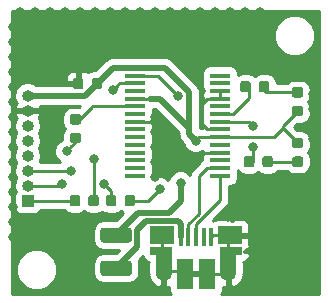
<source format=gbr>
G04 #@! TF.GenerationSoftware,KiCad,Pcbnew,(5.0.1)-3*
G04 #@! TF.CreationDate,2018-11-02T13:07:49-05:00*
G04 #@! TF.ProjectId,ProgrammerBoard,50726F6772616D6D6572426F6172642E,rev?*
G04 #@! TF.SameCoordinates,Original*
G04 #@! TF.FileFunction,Copper,L1,Top,Signal*
G04 #@! TF.FilePolarity,Positive*
%FSLAX46Y46*%
G04 Gerber Fmt 4.6, Leading zero omitted, Abs format (unit mm)*
G04 Created by KiCad (PCBNEW (5.0.1)-3) date 11/2/2018 1:07:49 PM*
%MOMM*%
%LPD*%
G01*
G04 APERTURE LIST*
G04 #@! TA.AperFunction,Conductor*
%ADD10C,0.100000*%
G04 #@! TD*
G04 #@! TA.AperFunction,SMDPad,CuDef*
%ADD11C,0.875000*%
G04 #@! TD*
G04 #@! TA.AperFunction,SMDPad,CuDef*
%ADD12C,1.250000*%
G04 #@! TD*
G04 #@! TA.AperFunction,SMDPad,CuDef*
%ADD13R,1.750000X0.450000*%
G04 #@! TD*
G04 #@! TA.AperFunction,ComponentPad*
%ADD14O,1.000000X1.000000*%
G04 #@! TD*
G04 #@! TA.AperFunction,ComponentPad*
%ADD15R,1.000000X1.000000*%
G04 #@! TD*
G04 #@! TA.AperFunction,SMDPad,CuDef*
%ADD16R,1.430000X2.500000*%
G04 #@! TD*
G04 #@! TA.AperFunction,ComponentPad*
%ADD17O,1.350000X1.700000*%
G04 #@! TD*
G04 #@! TA.AperFunction,ComponentPad*
%ADD18O,1.100000X1.500000*%
G04 #@! TD*
G04 #@! TA.AperFunction,SMDPad,CuDef*
%ADD19R,0.400000X1.650000*%
G04 #@! TD*
G04 #@! TA.AperFunction,SMDPad,CuDef*
%ADD20R,2.000000X1.500000*%
G04 #@! TD*
G04 #@! TA.AperFunction,SMDPad,CuDef*
%ADD21R,1.825000X0.700000*%
G04 #@! TD*
G04 #@! TA.AperFunction,SMDPad,CuDef*
%ADD22R,1.350000X2.000000*%
G04 #@! TD*
G04 #@! TA.AperFunction,ViaPad*
%ADD23C,0.800000*%
G04 #@! TD*
G04 #@! TA.AperFunction,Conductor*
%ADD24C,0.250000*%
G04 #@! TD*
G04 #@! TA.AperFunction,Conductor*
%ADD25C,0.500000*%
G04 #@! TD*
G04 #@! TA.AperFunction,Conductor*
%ADD26C,0.254000*%
G04 #@! TD*
G04 APERTURE END LIST*
D10*
G04 #@! TO.N,Net-(IC1-Pad1)*
G04 #@! TO.C,R4*
G36*
X67321691Y-51088053D02*
X67342926Y-51091203D01*
X67363750Y-51096419D01*
X67383962Y-51103651D01*
X67403368Y-51112830D01*
X67421781Y-51123866D01*
X67439024Y-51136654D01*
X67454930Y-51151070D01*
X67469346Y-51166976D01*
X67482134Y-51184219D01*
X67493170Y-51202632D01*
X67502349Y-51222038D01*
X67509581Y-51242250D01*
X67514797Y-51263074D01*
X67517947Y-51284309D01*
X67519000Y-51305750D01*
X67519000Y-51818250D01*
X67517947Y-51839691D01*
X67514797Y-51860926D01*
X67509581Y-51881750D01*
X67502349Y-51901962D01*
X67493170Y-51921368D01*
X67482134Y-51939781D01*
X67469346Y-51957024D01*
X67454930Y-51972930D01*
X67439024Y-51987346D01*
X67421781Y-52000134D01*
X67403368Y-52011170D01*
X67383962Y-52020349D01*
X67363750Y-52027581D01*
X67342926Y-52032797D01*
X67321691Y-52035947D01*
X67300250Y-52037000D01*
X66862750Y-52037000D01*
X66841309Y-52035947D01*
X66820074Y-52032797D01*
X66799250Y-52027581D01*
X66779038Y-52020349D01*
X66759632Y-52011170D01*
X66741219Y-52000134D01*
X66723976Y-51987346D01*
X66708070Y-51972930D01*
X66693654Y-51957024D01*
X66680866Y-51939781D01*
X66669830Y-51921368D01*
X66660651Y-51901962D01*
X66653419Y-51881750D01*
X66648203Y-51860926D01*
X66645053Y-51839691D01*
X66644000Y-51818250D01*
X66644000Y-51305750D01*
X66645053Y-51284309D01*
X66648203Y-51263074D01*
X66653419Y-51242250D01*
X66660651Y-51222038D01*
X66669830Y-51202632D01*
X66680866Y-51184219D01*
X66693654Y-51166976D01*
X66708070Y-51151070D01*
X66723976Y-51136654D01*
X66741219Y-51123866D01*
X66759632Y-51112830D01*
X66779038Y-51103651D01*
X66799250Y-51096419D01*
X66820074Y-51091203D01*
X66841309Y-51088053D01*
X66862750Y-51087000D01*
X67300250Y-51087000D01*
X67321691Y-51088053D01*
X67321691Y-51088053D01*
G37*
D11*
G04 #@! TD*
G04 #@! TO.P,R4,2*
G04 #@! TO.N,Net-(IC1-Pad1)*
X67081500Y-51562000D03*
D10*
G04 #@! TO.N,Net-(J2-Pad3)*
G04 #@! TO.C,R4*
G36*
X65746691Y-51088053D02*
X65767926Y-51091203D01*
X65788750Y-51096419D01*
X65808962Y-51103651D01*
X65828368Y-51112830D01*
X65846781Y-51123866D01*
X65864024Y-51136654D01*
X65879930Y-51151070D01*
X65894346Y-51166976D01*
X65907134Y-51184219D01*
X65918170Y-51202632D01*
X65927349Y-51222038D01*
X65934581Y-51242250D01*
X65939797Y-51263074D01*
X65942947Y-51284309D01*
X65944000Y-51305750D01*
X65944000Y-51818250D01*
X65942947Y-51839691D01*
X65939797Y-51860926D01*
X65934581Y-51881750D01*
X65927349Y-51901962D01*
X65918170Y-51921368D01*
X65907134Y-51939781D01*
X65894346Y-51957024D01*
X65879930Y-51972930D01*
X65864024Y-51987346D01*
X65846781Y-52000134D01*
X65828368Y-52011170D01*
X65808962Y-52020349D01*
X65788750Y-52027581D01*
X65767926Y-52032797D01*
X65746691Y-52035947D01*
X65725250Y-52037000D01*
X65287750Y-52037000D01*
X65266309Y-52035947D01*
X65245074Y-52032797D01*
X65224250Y-52027581D01*
X65204038Y-52020349D01*
X65184632Y-52011170D01*
X65166219Y-52000134D01*
X65148976Y-51987346D01*
X65133070Y-51972930D01*
X65118654Y-51957024D01*
X65105866Y-51939781D01*
X65094830Y-51921368D01*
X65085651Y-51901962D01*
X65078419Y-51881750D01*
X65073203Y-51860926D01*
X65070053Y-51839691D01*
X65069000Y-51818250D01*
X65069000Y-51305750D01*
X65070053Y-51284309D01*
X65073203Y-51263074D01*
X65078419Y-51242250D01*
X65085651Y-51222038D01*
X65094830Y-51202632D01*
X65105866Y-51184219D01*
X65118654Y-51166976D01*
X65133070Y-51151070D01*
X65148976Y-51136654D01*
X65166219Y-51123866D01*
X65184632Y-51112830D01*
X65204038Y-51103651D01*
X65224250Y-51096419D01*
X65245074Y-51091203D01*
X65266309Y-51088053D01*
X65287750Y-51087000D01*
X65725250Y-51087000D01*
X65746691Y-51088053D01*
X65746691Y-51088053D01*
G37*
D11*
G04 #@! TD*
G04 #@! TO.P,R4,1*
G04 #@! TO.N,Net-(J2-Pad3)*
X65506500Y-51562000D03*
D10*
G04 #@! TO.N,Net-(J2-Pad2)*
G04 #@! TO.C,R3*
G36*
X62761691Y-45817053D02*
X62782926Y-45820203D01*
X62803750Y-45825419D01*
X62823962Y-45832651D01*
X62843368Y-45841830D01*
X62861781Y-45852866D01*
X62879024Y-45865654D01*
X62894930Y-45880070D01*
X62909346Y-45895976D01*
X62922134Y-45913219D01*
X62933170Y-45931632D01*
X62942349Y-45951038D01*
X62949581Y-45971250D01*
X62954797Y-45992074D01*
X62957947Y-46013309D01*
X62959000Y-46034750D01*
X62959000Y-46472250D01*
X62957947Y-46493691D01*
X62954797Y-46514926D01*
X62949581Y-46535750D01*
X62942349Y-46555962D01*
X62933170Y-46575368D01*
X62922134Y-46593781D01*
X62909346Y-46611024D01*
X62894930Y-46626930D01*
X62879024Y-46641346D01*
X62861781Y-46654134D01*
X62843368Y-46665170D01*
X62823962Y-46674349D01*
X62803750Y-46681581D01*
X62782926Y-46686797D01*
X62761691Y-46689947D01*
X62740250Y-46691000D01*
X62227750Y-46691000D01*
X62206309Y-46689947D01*
X62185074Y-46686797D01*
X62164250Y-46681581D01*
X62144038Y-46674349D01*
X62124632Y-46665170D01*
X62106219Y-46654134D01*
X62088976Y-46641346D01*
X62073070Y-46626930D01*
X62058654Y-46611024D01*
X62045866Y-46593781D01*
X62034830Y-46575368D01*
X62025651Y-46555962D01*
X62018419Y-46535750D01*
X62013203Y-46514926D01*
X62010053Y-46493691D01*
X62009000Y-46472250D01*
X62009000Y-46034750D01*
X62010053Y-46013309D01*
X62013203Y-45992074D01*
X62018419Y-45971250D01*
X62025651Y-45951038D01*
X62034830Y-45931632D01*
X62045866Y-45913219D01*
X62058654Y-45895976D01*
X62073070Y-45880070D01*
X62088976Y-45865654D01*
X62106219Y-45852866D01*
X62124632Y-45841830D01*
X62144038Y-45832651D01*
X62164250Y-45825419D01*
X62185074Y-45820203D01*
X62206309Y-45817053D01*
X62227750Y-45816000D01*
X62740250Y-45816000D01*
X62761691Y-45817053D01*
X62761691Y-45817053D01*
G37*
D11*
G04 #@! TD*
G04 #@! TO.P,R3,1*
G04 #@! TO.N,Net-(J2-Pad2)*
X62484000Y-46253500D03*
D10*
G04 #@! TO.N,Net-(IC1-Pad5)*
G04 #@! TO.C,R3*
G36*
X62761691Y-44242053D02*
X62782926Y-44245203D01*
X62803750Y-44250419D01*
X62823962Y-44257651D01*
X62843368Y-44266830D01*
X62861781Y-44277866D01*
X62879024Y-44290654D01*
X62894930Y-44305070D01*
X62909346Y-44320976D01*
X62922134Y-44338219D01*
X62933170Y-44356632D01*
X62942349Y-44376038D01*
X62949581Y-44396250D01*
X62954797Y-44417074D01*
X62957947Y-44438309D01*
X62959000Y-44459750D01*
X62959000Y-44897250D01*
X62957947Y-44918691D01*
X62954797Y-44939926D01*
X62949581Y-44960750D01*
X62942349Y-44980962D01*
X62933170Y-45000368D01*
X62922134Y-45018781D01*
X62909346Y-45036024D01*
X62894930Y-45051930D01*
X62879024Y-45066346D01*
X62861781Y-45079134D01*
X62843368Y-45090170D01*
X62823962Y-45099349D01*
X62803750Y-45106581D01*
X62782926Y-45111797D01*
X62761691Y-45114947D01*
X62740250Y-45116000D01*
X62227750Y-45116000D01*
X62206309Y-45114947D01*
X62185074Y-45111797D01*
X62164250Y-45106581D01*
X62144038Y-45099349D01*
X62124632Y-45090170D01*
X62106219Y-45079134D01*
X62088976Y-45066346D01*
X62073070Y-45051930D01*
X62058654Y-45036024D01*
X62045866Y-45018781D01*
X62034830Y-45000368D01*
X62025651Y-44980962D01*
X62018419Y-44960750D01*
X62013203Y-44939926D01*
X62010053Y-44918691D01*
X62009000Y-44897250D01*
X62009000Y-44459750D01*
X62010053Y-44438309D01*
X62013203Y-44417074D01*
X62018419Y-44396250D01*
X62025651Y-44376038D01*
X62034830Y-44356632D01*
X62045866Y-44338219D01*
X62058654Y-44320976D01*
X62073070Y-44305070D01*
X62088976Y-44290654D01*
X62106219Y-44277866D01*
X62124632Y-44266830D01*
X62144038Y-44257651D01*
X62164250Y-44250419D01*
X62185074Y-44245203D01*
X62206309Y-44242053D01*
X62227750Y-44241000D01*
X62740250Y-44241000D01*
X62761691Y-44242053D01*
X62761691Y-44242053D01*
G37*
D11*
G04 #@! TD*
G04 #@! TO.P,R3,2*
G04 #@! TO.N,Net-(IC1-Pad5)*
X62484000Y-44678500D03*
D10*
G04 #@! TO.N,Net-(IC1-Pad22)*
G04 #@! TO.C,R2*
G36*
X77407691Y-47786053D02*
X77428926Y-47789203D01*
X77449750Y-47794419D01*
X77469962Y-47801651D01*
X77489368Y-47810830D01*
X77507781Y-47821866D01*
X77525024Y-47834654D01*
X77540930Y-47849070D01*
X77555346Y-47864976D01*
X77568134Y-47882219D01*
X77579170Y-47900632D01*
X77588349Y-47920038D01*
X77595581Y-47940250D01*
X77600797Y-47961074D01*
X77603947Y-47982309D01*
X77605000Y-48003750D01*
X77605000Y-48516250D01*
X77603947Y-48537691D01*
X77600797Y-48558926D01*
X77595581Y-48579750D01*
X77588349Y-48599962D01*
X77579170Y-48619368D01*
X77568134Y-48637781D01*
X77555346Y-48655024D01*
X77540930Y-48670930D01*
X77525024Y-48685346D01*
X77507781Y-48698134D01*
X77489368Y-48709170D01*
X77469962Y-48718349D01*
X77449750Y-48725581D01*
X77428926Y-48730797D01*
X77407691Y-48733947D01*
X77386250Y-48735000D01*
X76948750Y-48735000D01*
X76927309Y-48733947D01*
X76906074Y-48730797D01*
X76885250Y-48725581D01*
X76865038Y-48718349D01*
X76845632Y-48709170D01*
X76827219Y-48698134D01*
X76809976Y-48685346D01*
X76794070Y-48670930D01*
X76779654Y-48655024D01*
X76766866Y-48637781D01*
X76755830Y-48619368D01*
X76746651Y-48599962D01*
X76739419Y-48579750D01*
X76734203Y-48558926D01*
X76731053Y-48537691D01*
X76730000Y-48516250D01*
X76730000Y-48003750D01*
X76731053Y-47982309D01*
X76734203Y-47961074D01*
X76739419Y-47940250D01*
X76746651Y-47920038D01*
X76755830Y-47900632D01*
X76766866Y-47882219D01*
X76779654Y-47864976D01*
X76794070Y-47849070D01*
X76809976Y-47834654D01*
X76827219Y-47821866D01*
X76845632Y-47810830D01*
X76865038Y-47801651D01*
X76885250Y-47794419D01*
X76906074Y-47789203D01*
X76927309Y-47786053D01*
X76948750Y-47785000D01*
X77386250Y-47785000D01*
X77407691Y-47786053D01*
X77407691Y-47786053D01*
G37*
D11*
G04 #@! TD*
G04 #@! TO.P,R2,2*
G04 #@! TO.N,Net-(IC1-Pad22)*
X77167500Y-48260000D03*
D10*
G04 #@! TO.N,Net-(R2-Pad1)*
G04 #@! TO.C,R2*
G36*
X78982691Y-47786053D02*
X79003926Y-47789203D01*
X79024750Y-47794419D01*
X79044962Y-47801651D01*
X79064368Y-47810830D01*
X79082781Y-47821866D01*
X79100024Y-47834654D01*
X79115930Y-47849070D01*
X79130346Y-47864976D01*
X79143134Y-47882219D01*
X79154170Y-47900632D01*
X79163349Y-47920038D01*
X79170581Y-47940250D01*
X79175797Y-47961074D01*
X79178947Y-47982309D01*
X79180000Y-48003750D01*
X79180000Y-48516250D01*
X79178947Y-48537691D01*
X79175797Y-48558926D01*
X79170581Y-48579750D01*
X79163349Y-48599962D01*
X79154170Y-48619368D01*
X79143134Y-48637781D01*
X79130346Y-48655024D01*
X79115930Y-48670930D01*
X79100024Y-48685346D01*
X79082781Y-48698134D01*
X79064368Y-48709170D01*
X79044962Y-48718349D01*
X79024750Y-48725581D01*
X79003926Y-48730797D01*
X78982691Y-48733947D01*
X78961250Y-48735000D01*
X78523750Y-48735000D01*
X78502309Y-48733947D01*
X78481074Y-48730797D01*
X78460250Y-48725581D01*
X78440038Y-48718349D01*
X78420632Y-48709170D01*
X78402219Y-48698134D01*
X78384976Y-48685346D01*
X78369070Y-48670930D01*
X78354654Y-48655024D01*
X78341866Y-48637781D01*
X78330830Y-48619368D01*
X78321651Y-48599962D01*
X78314419Y-48579750D01*
X78309203Y-48558926D01*
X78306053Y-48537691D01*
X78305000Y-48516250D01*
X78305000Y-48003750D01*
X78306053Y-47982309D01*
X78309203Y-47961074D01*
X78314419Y-47940250D01*
X78321651Y-47920038D01*
X78330830Y-47900632D01*
X78341866Y-47882219D01*
X78354654Y-47864976D01*
X78369070Y-47849070D01*
X78384976Y-47834654D01*
X78402219Y-47821866D01*
X78420632Y-47810830D01*
X78440038Y-47801651D01*
X78460250Y-47794419D01*
X78481074Y-47789203D01*
X78502309Y-47786053D01*
X78523750Y-47785000D01*
X78961250Y-47785000D01*
X78982691Y-47786053D01*
X78982691Y-47786053D01*
G37*
D11*
G04 #@! TD*
G04 #@! TO.P,R2,1*
G04 #@! TO.N,Net-(R2-Pad1)*
X78742500Y-48260000D03*
D10*
G04 #@! TO.N,Net-(R1-Pad1)*
G04 #@! TO.C,R1*
G36*
X78682691Y-41436053D02*
X78703926Y-41439203D01*
X78724750Y-41444419D01*
X78744962Y-41451651D01*
X78764368Y-41460830D01*
X78782781Y-41471866D01*
X78800024Y-41484654D01*
X78815930Y-41499070D01*
X78830346Y-41514976D01*
X78843134Y-41532219D01*
X78854170Y-41550632D01*
X78863349Y-41570038D01*
X78870581Y-41590250D01*
X78875797Y-41611074D01*
X78878947Y-41632309D01*
X78880000Y-41653750D01*
X78880000Y-42166250D01*
X78878947Y-42187691D01*
X78875797Y-42208926D01*
X78870581Y-42229750D01*
X78863349Y-42249962D01*
X78854170Y-42269368D01*
X78843134Y-42287781D01*
X78830346Y-42305024D01*
X78815930Y-42320930D01*
X78800024Y-42335346D01*
X78782781Y-42348134D01*
X78764368Y-42359170D01*
X78744962Y-42368349D01*
X78724750Y-42375581D01*
X78703926Y-42380797D01*
X78682691Y-42383947D01*
X78661250Y-42385000D01*
X78223750Y-42385000D01*
X78202309Y-42383947D01*
X78181074Y-42380797D01*
X78160250Y-42375581D01*
X78140038Y-42368349D01*
X78120632Y-42359170D01*
X78102219Y-42348134D01*
X78084976Y-42335346D01*
X78069070Y-42320930D01*
X78054654Y-42305024D01*
X78041866Y-42287781D01*
X78030830Y-42269368D01*
X78021651Y-42249962D01*
X78014419Y-42229750D01*
X78009203Y-42208926D01*
X78006053Y-42187691D01*
X78005000Y-42166250D01*
X78005000Y-41653750D01*
X78006053Y-41632309D01*
X78009203Y-41611074D01*
X78014419Y-41590250D01*
X78021651Y-41570038D01*
X78030830Y-41550632D01*
X78041866Y-41532219D01*
X78054654Y-41514976D01*
X78069070Y-41499070D01*
X78084976Y-41484654D01*
X78102219Y-41471866D01*
X78120632Y-41460830D01*
X78140038Y-41451651D01*
X78160250Y-41444419D01*
X78181074Y-41439203D01*
X78202309Y-41436053D01*
X78223750Y-41435000D01*
X78661250Y-41435000D01*
X78682691Y-41436053D01*
X78682691Y-41436053D01*
G37*
D11*
G04 #@! TD*
G04 #@! TO.P,R1,1*
G04 #@! TO.N,Net-(R1-Pad1)*
X78442500Y-41910000D03*
D10*
G04 #@! TO.N,Net-(IC1-Pad23)*
G04 #@! TO.C,R1*
G36*
X77107691Y-41436053D02*
X77128926Y-41439203D01*
X77149750Y-41444419D01*
X77169962Y-41451651D01*
X77189368Y-41460830D01*
X77207781Y-41471866D01*
X77225024Y-41484654D01*
X77240930Y-41499070D01*
X77255346Y-41514976D01*
X77268134Y-41532219D01*
X77279170Y-41550632D01*
X77288349Y-41570038D01*
X77295581Y-41590250D01*
X77300797Y-41611074D01*
X77303947Y-41632309D01*
X77305000Y-41653750D01*
X77305000Y-42166250D01*
X77303947Y-42187691D01*
X77300797Y-42208926D01*
X77295581Y-42229750D01*
X77288349Y-42249962D01*
X77279170Y-42269368D01*
X77268134Y-42287781D01*
X77255346Y-42305024D01*
X77240930Y-42320930D01*
X77225024Y-42335346D01*
X77207781Y-42348134D01*
X77189368Y-42359170D01*
X77169962Y-42368349D01*
X77149750Y-42375581D01*
X77128926Y-42380797D01*
X77107691Y-42383947D01*
X77086250Y-42385000D01*
X76648750Y-42385000D01*
X76627309Y-42383947D01*
X76606074Y-42380797D01*
X76585250Y-42375581D01*
X76565038Y-42368349D01*
X76545632Y-42359170D01*
X76527219Y-42348134D01*
X76509976Y-42335346D01*
X76494070Y-42320930D01*
X76479654Y-42305024D01*
X76466866Y-42287781D01*
X76455830Y-42269368D01*
X76446651Y-42249962D01*
X76439419Y-42229750D01*
X76434203Y-42208926D01*
X76431053Y-42187691D01*
X76430000Y-42166250D01*
X76430000Y-41653750D01*
X76431053Y-41632309D01*
X76434203Y-41611074D01*
X76439419Y-41590250D01*
X76446651Y-41570038D01*
X76455830Y-41550632D01*
X76466866Y-41532219D01*
X76479654Y-41514976D01*
X76494070Y-41499070D01*
X76509976Y-41484654D01*
X76527219Y-41471866D01*
X76545632Y-41460830D01*
X76565038Y-41451651D01*
X76585250Y-41444419D01*
X76606074Y-41439203D01*
X76627309Y-41436053D01*
X76648750Y-41435000D01*
X77086250Y-41435000D01*
X77107691Y-41436053D01*
X77107691Y-41436053D01*
G37*
D11*
G04 #@! TD*
G04 #@! TO.P,R1,2*
G04 #@! TO.N,Net-(IC1-Pad23)*
X76867500Y-41910000D03*
D10*
G04 #@! TO.N,+5V*
G04 #@! TO.C,F1*
G36*
X67012504Y-53856204D02*
X67036773Y-53859804D01*
X67060571Y-53865765D01*
X67083671Y-53874030D01*
X67105849Y-53884520D01*
X67126893Y-53897133D01*
X67146598Y-53911747D01*
X67164777Y-53928223D01*
X67181253Y-53946402D01*
X67195867Y-53966107D01*
X67208480Y-53987151D01*
X67218970Y-54009329D01*
X67227235Y-54032429D01*
X67233196Y-54056227D01*
X67236796Y-54080496D01*
X67238000Y-54105000D01*
X67238000Y-54855000D01*
X67236796Y-54879504D01*
X67233196Y-54903773D01*
X67227235Y-54927571D01*
X67218970Y-54950671D01*
X67208480Y-54972849D01*
X67195867Y-54993893D01*
X67181253Y-55013598D01*
X67164777Y-55031777D01*
X67146598Y-55048253D01*
X67126893Y-55062867D01*
X67105849Y-55075480D01*
X67083671Y-55085970D01*
X67060571Y-55094235D01*
X67036773Y-55100196D01*
X67012504Y-55103796D01*
X66988000Y-55105000D01*
X64838000Y-55105000D01*
X64813496Y-55103796D01*
X64789227Y-55100196D01*
X64765429Y-55094235D01*
X64742329Y-55085970D01*
X64720151Y-55075480D01*
X64699107Y-55062867D01*
X64679402Y-55048253D01*
X64661223Y-55031777D01*
X64644747Y-55013598D01*
X64630133Y-54993893D01*
X64617520Y-54972849D01*
X64607030Y-54950671D01*
X64598765Y-54927571D01*
X64592804Y-54903773D01*
X64589204Y-54879504D01*
X64588000Y-54855000D01*
X64588000Y-54105000D01*
X64589204Y-54080496D01*
X64592804Y-54056227D01*
X64598765Y-54032429D01*
X64607030Y-54009329D01*
X64617520Y-53987151D01*
X64630133Y-53966107D01*
X64644747Y-53946402D01*
X64661223Y-53928223D01*
X64679402Y-53911747D01*
X64699107Y-53897133D01*
X64720151Y-53884520D01*
X64742329Y-53874030D01*
X64765429Y-53865765D01*
X64789227Y-53859804D01*
X64813496Y-53856204D01*
X64838000Y-53855000D01*
X66988000Y-53855000D01*
X67012504Y-53856204D01*
X67012504Y-53856204D01*
G37*
D12*
G04 #@! TD*
G04 #@! TO.P,F1,1*
G04 #@! TO.N,+5V*
X65913000Y-54480000D03*
D10*
G04 #@! TO.N,Net-(F1-Pad2)*
G04 #@! TO.C,F1*
G36*
X67012504Y-56656204D02*
X67036773Y-56659804D01*
X67060571Y-56665765D01*
X67083671Y-56674030D01*
X67105849Y-56684520D01*
X67126893Y-56697133D01*
X67146598Y-56711747D01*
X67164777Y-56728223D01*
X67181253Y-56746402D01*
X67195867Y-56766107D01*
X67208480Y-56787151D01*
X67218970Y-56809329D01*
X67227235Y-56832429D01*
X67233196Y-56856227D01*
X67236796Y-56880496D01*
X67238000Y-56905000D01*
X67238000Y-57655000D01*
X67236796Y-57679504D01*
X67233196Y-57703773D01*
X67227235Y-57727571D01*
X67218970Y-57750671D01*
X67208480Y-57772849D01*
X67195867Y-57793893D01*
X67181253Y-57813598D01*
X67164777Y-57831777D01*
X67146598Y-57848253D01*
X67126893Y-57862867D01*
X67105849Y-57875480D01*
X67083671Y-57885970D01*
X67060571Y-57894235D01*
X67036773Y-57900196D01*
X67012504Y-57903796D01*
X66988000Y-57905000D01*
X64838000Y-57905000D01*
X64813496Y-57903796D01*
X64789227Y-57900196D01*
X64765429Y-57894235D01*
X64742329Y-57885970D01*
X64720151Y-57875480D01*
X64699107Y-57862867D01*
X64679402Y-57848253D01*
X64661223Y-57831777D01*
X64644747Y-57813598D01*
X64630133Y-57793893D01*
X64617520Y-57772849D01*
X64607030Y-57750671D01*
X64598765Y-57727571D01*
X64592804Y-57703773D01*
X64589204Y-57679504D01*
X64588000Y-57655000D01*
X64588000Y-56905000D01*
X64589204Y-56880496D01*
X64592804Y-56856227D01*
X64598765Y-56832429D01*
X64607030Y-56809329D01*
X64617520Y-56787151D01*
X64630133Y-56766107D01*
X64644747Y-56746402D01*
X64661223Y-56728223D01*
X64679402Y-56711747D01*
X64699107Y-56697133D01*
X64720151Y-56684520D01*
X64742329Y-56674030D01*
X64765429Y-56665765D01*
X64789227Y-56659804D01*
X64813496Y-56656204D01*
X64838000Y-56655000D01*
X66988000Y-56655000D01*
X67012504Y-56656204D01*
X67012504Y-56656204D01*
G37*
D12*
G04 #@! TD*
G04 #@! TO.P,F1,2*
G04 #@! TO.N,Net-(F1-Pad2)*
X65913000Y-57280000D03*
D13*
G04 #@! TO.P,IC1,28*
G04 #@! TO.N,Net-(IC1-Pad28)*
X74720000Y-40987000D03*
G04 #@! TO.P,IC1,27*
G04 #@! TO.N,Net-(IC1-Pad27)*
X74720000Y-41637000D03*
G04 #@! TO.P,IC1,26*
G04 #@! TO.N,GND*
X74720000Y-42287000D03*
G04 #@! TO.P,IC1,25*
X74720000Y-42937000D03*
G04 #@! TO.P,IC1,24*
G04 #@! TO.N,N/C*
X74720000Y-43587000D03*
G04 #@! TO.P,IC1,23*
G04 #@! TO.N,Net-(IC1-Pad23)*
X74720000Y-44237000D03*
G04 #@! TO.P,IC1,22*
G04 #@! TO.N,Net-(IC1-Pad22)*
X74720000Y-44887000D03*
G04 #@! TO.P,IC1,21*
G04 #@! TO.N,GND*
X74720000Y-45537000D03*
G04 #@! TO.P,IC1,20*
G04 #@! TO.N,+5V*
X74720000Y-46187000D03*
G04 #@! TO.P,IC1,19*
G04 #@! TO.N,Net-(IC1-Pad19)*
X74720000Y-46837000D03*
G04 #@! TO.P,IC1,18*
G04 #@! TO.N,GND*
X74720000Y-47487000D03*
G04 #@! TO.P,IC1,17*
G04 #@! TO.N,Net-(IC1-Pad17)*
X74720000Y-48137000D03*
G04 #@! TO.P,IC1,16*
G04 #@! TO.N,Net-(IC1-Pad16)*
X74720000Y-48787000D03*
G04 #@! TO.P,IC1,15*
G04 #@! TO.N,Net-(IC1-Pad15)*
X74720000Y-49437000D03*
G04 #@! TO.P,IC1,14*
G04 #@! TO.N,Net-(IC1-Pad14)*
X67520000Y-49437000D03*
G04 #@! TO.P,IC1,13*
G04 #@! TO.N,Net-(IC1-Pad13)*
X67520000Y-48787000D03*
G04 #@! TO.P,IC1,12*
G04 #@! TO.N,Net-(IC1-Pad12)*
X67520000Y-48137000D03*
G04 #@! TO.P,IC1,11*
G04 #@! TO.N,Net-(IC1-Pad11)*
X67520000Y-47487000D03*
G04 #@! TO.P,IC1,10*
G04 #@! TO.N,Net-(IC1-Pad10)*
X67520000Y-46837000D03*
G04 #@! TO.P,IC1,9*
G04 #@! TO.N,Net-(IC1-Pad9)*
X67520000Y-46187000D03*
G04 #@! TO.P,IC1,8*
G04 #@! TO.N,N/C*
X67520000Y-45537000D03*
G04 #@! TO.P,IC1,7*
G04 #@! TO.N,GND*
X67520000Y-44887000D03*
G04 #@! TO.P,IC1,6*
G04 #@! TO.N,Net-(IC1-Pad6)*
X67520000Y-44237000D03*
G04 #@! TO.P,IC1,5*
G04 #@! TO.N,Net-(IC1-Pad5)*
X67520000Y-43587000D03*
G04 #@! TO.P,IC1,4*
G04 #@! TO.N,+5V*
X67520000Y-42937000D03*
G04 #@! TO.P,IC1,3*
G04 #@! TO.N,Net-(IC1-Pad3)*
X67520000Y-42287000D03*
G04 #@! TO.P,IC1,2*
G04 #@! TO.N,Net-(C1-Pad2)*
X67520000Y-41637000D03*
G04 #@! TO.P,IC1,1*
G04 #@! TO.N,Net-(IC1-Pad1)*
X67520000Y-40987000D03*
G04 #@! TD*
D14*
G04 #@! TO.P,J2,8*
G04 #@! TO.N,+5V*
X58420000Y-42672000D03*
G04 #@! TO.P,J2,7*
G04 #@! TO.N,GND*
X58420000Y-43942000D03*
G04 #@! TO.P,J2,6*
G04 #@! TO.N,Net-(J2-Pad6)*
X58420000Y-45212000D03*
G04 #@! TO.P,J2,5*
G04 #@! TO.N,Net-(J2-Pad5)*
X58420000Y-46482000D03*
G04 #@! TO.P,J2,4*
G04 #@! TO.N,Net-(J2-Pad4)*
X58420000Y-47752000D03*
G04 #@! TO.P,J2,3*
G04 #@! TO.N,Net-(J2-Pad3)*
X58420000Y-49022000D03*
G04 #@! TO.P,J2,2*
G04 #@! TO.N,Net-(J2-Pad2)*
X58420000Y-50292000D03*
D15*
G04 #@! TO.P,J2,1*
G04 #@! TO.N,Net-(C1-Pad1)*
X58420000Y-51562000D03*
G04 #@! TD*
D10*
G04 #@! TO.N,Net-(C1-Pad2)*
G04 #@! TO.C,C1*
G36*
X64248191Y-51088053D02*
X64269426Y-51091203D01*
X64290250Y-51096419D01*
X64310462Y-51103651D01*
X64329868Y-51112830D01*
X64348281Y-51123866D01*
X64365524Y-51136654D01*
X64381430Y-51151070D01*
X64395846Y-51166976D01*
X64408634Y-51184219D01*
X64419670Y-51202632D01*
X64428849Y-51222038D01*
X64436081Y-51242250D01*
X64441297Y-51263074D01*
X64444447Y-51284309D01*
X64445500Y-51305750D01*
X64445500Y-51818250D01*
X64444447Y-51839691D01*
X64441297Y-51860926D01*
X64436081Y-51881750D01*
X64428849Y-51901962D01*
X64419670Y-51921368D01*
X64408634Y-51939781D01*
X64395846Y-51957024D01*
X64381430Y-51972930D01*
X64365524Y-51987346D01*
X64348281Y-52000134D01*
X64329868Y-52011170D01*
X64310462Y-52020349D01*
X64290250Y-52027581D01*
X64269426Y-52032797D01*
X64248191Y-52035947D01*
X64226750Y-52037000D01*
X63789250Y-52037000D01*
X63767809Y-52035947D01*
X63746574Y-52032797D01*
X63725750Y-52027581D01*
X63705538Y-52020349D01*
X63686132Y-52011170D01*
X63667719Y-52000134D01*
X63650476Y-51987346D01*
X63634570Y-51972930D01*
X63620154Y-51957024D01*
X63607366Y-51939781D01*
X63596330Y-51921368D01*
X63587151Y-51901962D01*
X63579919Y-51881750D01*
X63574703Y-51860926D01*
X63571553Y-51839691D01*
X63570500Y-51818250D01*
X63570500Y-51305750D01*
X63571553Y-51284309D01*
X63574703Y-51263074D01*
X63579919Y-51242250D01*
X63587151Y-51222038D01*
X63596330Y-51202632D01*
X63607366Y-51184219D01*
X63620154Y-51166976D01*
X63634570Y-51151070D01*
X63650476Y-51136654D01*
X63667719Y-51123866D01*
X63686132Y-51112830D01*
X63705538Y-51103651D01*
X63725750Y-51096419D01*
X63746574Y-51091203D01*
X63767809Y-51088053D01*
X63789250Y-51087000D01*
X64226750Y-51087000D01*
X64248191Y-51088053D01*
X64248191Y-51088053D01*
G37*
D11*
G04 #@! TD*
G04 #@! TO.P,C1,2*
G04 #@! TO.N,Net-(C1-Pad2)*
X64008000Y-51562000D03*
D10*
G04 #@! TO.N,Net-(C1-Pad1)*
G04 #@! TO.C,C1*
G36*
X62673191Y-51088053D02*
X62694426Y-51091203D01*
X62715250Y-51096419D01*
X62735462Y-51103651D01*
X62754868Y-51112830D01*
X62773281Y-51123866D01*
X62790524Y-51136654D01*
X62806430Y-51151070D01*
X62820846Y-51166976D01*
X62833634Y-51184219D01*
X62844670Y-51202632D01*
X62853849Y-51222038D01*
X62861081Y-51242250D01*
X62866297Y-51263074D01*
X62869447Y-51284309D01*
X62870500Y-51305750D01*
X62870500Y-51818250D01*
X62869447Y-51839691D01*
X62866297Y-51860926D01*
X62861081Y-51881750D01*
X62853849Y-51901962D01*
X62844670Y-51921368D01*
X62833634Y-51939781D01*
X62820846Y-51957024D01*
X62806430Y-51972930D01*
X62790524Y-51987346D01*
X62773281Y-52000134D01*
X62754868Y-52011170D01*
X62735462Y-52020349D01*
X62715250Y-52027581D01*
X62694426Y-52032797D01*
X62673191Y-52035947D01*
X62651750Y-52037000D01*
X62214250Y-52037000D01*
X62192809Y-52035947D01*
X62171574Y-52032797D01*
X62150750Y-52027581D01*
X62130538Y-52020349D01*
X62111132Y-52011170D01*
X62092719Y-52000134D01*
X62075476Y-51987346D01*
X62059570Y-51972930D01*
X62045154Y-51957024D01*
X62032366Y-51939781D01*
X62021330Y-51921368D01*
X62012151Y-51901962D01*
X62004919Y-51881750D01*
X61999703Y-51860926D01*
X61996553Y-51839691D01*
X61995500Y-51818250D01*
X61995500Y-51305750D01*
X61996553Y-51284309D01*
X61999703Y-51263074D01*
X62004919Y-51242250D01*
X62012151Y-51222038D01*
X62021330Y-51202632D01*
X62032366Y-51184219D01*
X62045154Y-51166976D01*
X62059570Y-51151070D01*
X62075476Y-51136654D01*
X62092719Y-51123866D01*
X62111132Y-51112830D01*
X62130538Y-51103651D01*
X62150750Y-51096419D01*
X62171574Y-51091203D01*
X62192809Y-51088053D01*
X62214250Y-51087000D01*
X62651750Y-51087000D01*
X62673191Y-51088053D01*
X62673191Y-51088053D01*
G37*
D11*
G04 #@! TD*
G04 #@! TO.P,C1,1*
G04 #@! TO.N,Net-(C1-Pad1)*
X62433000Y-51562000D03*
D16*
G04 #@! TO.P,J1,6*
G04 #@! TO.N,GND*
X73634000Y-57760000D03*
X71714000Y-57760000D03*
D17*
X75404000Y-57490000D03*
X69944000Y-57490000D03*
D18*
X75094000Y-54490000D03*
X70254000Y-54490000D03*
D19*
G04 #@! TO.P,J1,5*
X73974000Y-54610000D03*
G04 #@! TO.P,J1,4*
G04 #@! TO.N,Net-(J1-Pad4)*
X73324000Y-54610000D03*
G04 #@! TO.P,J1,3*
G04 #@! TO.N,Net-(IC1-Pad15)*
X72674000Y-54610000D03*
G04 #@! TO.P,J1,2*
G04 #@! TO.N,Net-(IC1-Pad16)*
X72024000Y-54610000D03*
G04 #@! TO.P,J1,1*
G04 #@! TO.N,Net-(F1-Pad2)*
X71374000Y-54610000D03*
D20*
G04 #@! TO.P,J1,6*
G04 #@! TO.N,GND*
X75574000Y-54490000D03*
X69824000Y-54510000D03*
D21*
X75674000Y-55810000D03*
X69724000Y-55810000D03*
D22*
X69944000Y-56560000D03*
X75424000Y-56560000D03*
G04 #@! TD*
D10*
G04 #@! TO.N,Net-(R1-Pad1)*
G04 #@! TO.C,RX1*
G36*
X81557691Y-41956053D02*
X81578926Y-41959203D01*
X81599750Y-41964419D01*
X81619962Y-41971651D01*
X81639368Y-41980830D01*
X81657781Y-41991866D01*
X81675024Y-42004654D01*
X81690930Y-42019070D01*
X81705346Y-42034976D01*
X81718134Y-42052219D01*
X81729170Y-42070632D01*
X81738349Y-42090038D01*
X81745581Y-42110250D01*
X81750797Y-42131074D01*
X81753947Y-42152309D01*
X81755000Y-42173750D01*
X81755000Y-42611250D01*
X81753947Y-42632691D01*
X81750797Y-42653926D01*
X81745581Y-42674750D01*
X81738349Y-42694962D01*
X81729170Y-42714368D01*
X81718134Y-42732781D01*
X81705346Y-42750024D01*
X81690930Y-42765930D01*
X81675024Y-42780346D01*
X81657781Y-42793134D01*
X81639368Y-42804170D01*
X81619962Y-42813349D01*
X81599750Y-42820581D01*
X81578926Y-42825797D01*
X81557691Y-42828947D01*
X81536250Y-42830000D01*
X81023750Y-42830000D01*
X81002309Y-42828947D01*
X80981074Y-42825797D01*
X80960250Y-42820581D01*
X80940038Y-42813349D01*
X80920632Y-42804170D01*
X80902219Y-42793134D01*
X80884976Y-42780346D01*
X80869070Y-42765930D01*
X80854654Y-42750024D01*
X80841866Y-42732781D01*
X80830830Y-42714368D01*
X80821651Y-42694962D01*
X80814419Y-42674750D01*
X80809203Y-42653926D01*
X80806053Y-42632691D01*
X80805000Y-42611250D01*
X80805000Y-42173750D01*
X80806053Y-42152309D01*
X80809203Y-42131074D01*
X80814419Y-42110250D01*
X80821651Y-42090038D01*
X80830830Y-42070632D01*
X80841866Y-42052219D01*
X80854654Y-42034976D01*
X80869070Y-42019070D01*
X80884976Y-42004654D01*
X80902219Y-41991866D01*
X80920632Y-41980830D01*
X80940038Y-41971651D01*
X80960250Y-41964419D01*
X80981074Y-41959203D01*
X81002309Y-41956053D01*
X81023750Y-41955000D01*
X81536250Y-41955000D01*
X81557691Y-41956053D01*
X81557691Y-41956053D01*
G37*
D11*
G04 #@! TD*
G04 #@! TO.P,RX1,1*
G04 #@! TO.N,Net-(R1-Pad1)*
X81280000Y-42392500D03*
D10*
G04 #@! TO.N,+5V*
G04 #@! TO.C,RX1*
G36*
X81557691Y-43531053D02*
X81578926Y-43534203D01*
X81599750Y-43539419D01*
X81619962Y-43546651D01*
X81639368Y-43555830D01*
X81657781Y-43566866D01*
X81675024Y-43579654D01*
X81690930Y-43594070D01*
X81705346Y-43609976D01*
X81718134Y-43627219D01*
X81729170Y-43645632D01*
X81738349Y-43665038D01*
X81745581Y-43685250D01*
X81750797Y-43706074D01*
X81753947Y-43727309D01*
X81755000Y-43748750D01*
X81755000Y-44186250D01*
X81753947Y-44207691D01*
X81750797Y-44228926D01*
X81745581Y-44249750D01*
X81738349Y-44269962D01*
X81729170Y-44289368D01*
X81718134Y-44307781D01*
X81705346Y-44325024D01*
X81690930Y-44340930D01*
X81675024Y-44355346D01*
X81657781Y-44368134D01*
X81639368Y-44379170D01*
X81619962Y-44388349D01*
X81599750Y-44395581D01*
X81578926Y-44400797D01*
X81557691Y-44403947D01*
X81536250Y-44405000D01*
X81023750Y-44405000D01*
X81002309Y-44403947D01*
X80981074Y-44400797D01*
X80960250Y-44395581D01*
X80940038Y-44388349D01*
X80920632Y-44379170D01*
X80902219Y-44368134D01*
X80884976Y-44355346D01*
X80869070Y-44340930D01*
X80854654Y-44325024D01*
X80841866Y-44307781D01*
X80830830Y-44289368D01*
X80821651Y-44269962D01*
X80814419Y-44249750D01*
X80809203Y-44228926D01*
X80806053Y-44207691D01*
X80805000Y-44186250D01*
X80805000Y-43748750D01*
X80806053Y-43727309D01*
X80809203Y-43706074D01*
X80814419Y-43685250D01*
X80821651Y-43665038D01*
X80830830Y-43645632D01*
X80841866Y-43627219D01*
X80854654Y-43609976D01*
X80869070Y-43594070D01*
X80884976Y-43579654D01*
X80902219Y-43566866D01*
X80920632Y-43555830D01*
X80940038Y-43546651D01*
X80960250Y-43539419D01*
X80981074Y-43534203D01*
X81002309Y-43531053D01*
X81023750Y-43530000D01*
X81536250Y-43530000D01*
X81557691Y-43531053D01*
X81557691Y-43531053D01*
G37*
D11*
G04 #@! TD*
G04 #@! TO.P,RX1,2*
G04 #@! TO.N,+5V*
X81280000Y-43967500D03*
D10*
G04 #@! TO.N,+5V*
G04 #@! TO.C,TX1*
G36*
X81557691Y-46248553D02*
X81578926Y-46251703D01*
X81599750Y-46256919D01*
X81619962Y-46264151D01*
X81639368Y-46273330D01*
X81657781Y-46284366D01*
X81675024Y-46297154D01*
X81690930Y-46311570D01*
X81705346Y-46327476D01*
X81718134Y-46344719D01*
X81729170Y-46363132D01*
X81738349Y-46382538D01*
X81745581Y-46402750D01*
X81750797Y-46423574D01*
X81753947Y-46444809D01*
X81755000Y-46466250D01*
X81755000Y-46903750D01*
X81753947Y-46925191D01*
X81750797Y-46946426D01*
X81745581Y-46967250D01*
X81738349Y-46987462D01*
X81729170Y-47006868D01*
X81718134Y-47025281D01*
X81705346Y-47042524D01*
X81690930Y-47058430D01*
X81675024Y-47072846D01*
X81657781Y-47085634D01*
X81639368Y-47096670D01*
X81619962Y-47105849D01*
X81599750Y-47113081D01*
X81578926Y-47118297D01*
X81557691Y-47121447D01*
X81536250Y-47122500D01*
X81023750Y-47122500D01*
X81002309Y-47121447D01*
X80981074Y-47118297D01*
X80960250Y-47113081D01*
X80940038Y-47105849D01*
X80920632Y-47096670D01*
X80902219Y-47085634D01*
X80884976Y-47072846D01*
X80869070Y-47058430D01*
X80854654Y-47042524D01*
X80841866Y-47025281D01*
X80830830Y-47006868D01*
X80821651Y-46987462D01*
X80814419Y-46967250D01*
X80809203Y-46946426D01*
X80806053Y-46925191D01*
X80805000Y-46903750D01*
X80805000Y-46466250D01*
X80806053Y-46444809D01*
X80809203Y-46423574D01*
X80814419Y-46402750D01*
X80821651Y-46382538D01*
X80830830Y-46363132D01*
X80841866Y-46344719D01*
X80854654Y-46327476D01*
X80869070Y-46311570D01*
X80884976Y-46297154D01*
X80902219Y-46284366D01*
X80920632Y-46273330D01*
X80940038Y-46264151D01*
X80960250Y-46256919D01*
X80981074Y-46251703D01*
X81002309Y-46248553D01*
X81023750Y-46247500D01*
X81536250Y-46247500D01*
X81557691Y-46248553D01*
X81557691Y-46248553D01*
G37*
D11*
G04 #@! TD*
G04 #@! TO.P,TX1,2*
G04 #@! TO.N,+5V*
X81280000Y-46685000D03*
D10*
G04 #@! TO.N,Net-(R2-Pad1)*
G04 #@! TO.C,TX1*
G36*
X81557691Y-47823553D02*
X81578926Y-47826703D01*
X81599750Y-47831919D01*
X81619962Y-47839151D01*
X81639368Y-47848330D01*
X81657781Y-47859366D01*
X81675024Y-47872154D01*
X81690930Y-47886570D01*
X81705346Y-47902476D01*
X81718134Y-47919719D01*
X81729170Y-47938132D01*
X81738349Y-47957538D01*
X81745581Y-47977750D01*
X81750797Y-47998574D01*
X81753947Y-48019809D01*
X81755000Y-48041250D01*
X81755000Y-48478750D01*
X81753947Y-48500191D01*
X81750797Y-48521426D01*
X81745581Y-48542250D01*
X81738349Y-48562462D01*
X81729170Y-48581868D01*
X81718134Y-48600281D01*
X81705346Y-48617524D01*
X81690930Y-48633430D01*
X81675024Y-48647846D01*
X81657781Y-48660634D01*
X81639368Y-48671670D01*
X81619962Y-48680849D01*
X81599750Y-48688081D01*
X81578926Y-48693297D01*
X81557691Y-48696447D01*
X81536250Y-48697500D01*
X81023750Y-48697500D01*
X81002309Y-48696447D01*
X80981074Y-48693297D01*
X80960250Y-48688081D01*
X80940038Y-48680849D01*
X80920632Y-48671670D01*
X80902219Y-48660634D01*
X80884976Y-48647846D01*
X80869070Y-48633430D01*
X80854654Y-48617524D01*
X80841866Y-48600281D01*
X80830830Y-48581868D01*
X80821651Y-48562462D01*
X80814419Y-48542250D01*
X80809203Y-48521426D01*
X80806053Y-48500191D01*
X80805000Y-48478750D01*
X80805000Y-48041250D01*
X80806053Y-48019809D01*
X80809203Y-47998574D01*
X80814419Y-47977750D01*
X80821651Y-47957538D01*
X80830830Y-47938132D01*
X80841866Y-47919719D01*
X80854654Y-47902476D01*
X80869070Y-47886570D01*
X80884976Y-47872154D01*
X80902219Y-47859366D01*
X80920632Y-47848330D01*
X80940038Y-47839151D01*
X80960250Y-47831919D01*
X80981074Y-47826703D01*
X81002309Y-47823553D01*
X81023750Y-47822500D01*
X81536250Y-47822500D01*
X81557691Y-47823553D01*
X81557691Y-47823553D01*
G37*
D11*
G04 #@! TD*
G04 #@! TO.P,TX1,1*
G04 #@! TO.N,Net-(R2-Pad1)*
X81280000Y-48260000D03*
D10*
G04 #@! TO.N,+5V*
G04 #@! TO.C,C2*
G36*
X64527691Y-41182053D02*
X64548926Y-41185203D01*
X64569750Y-41190419D01*
X64589962Y-41197651D01*
X64609368Y-41206830D01*
X64627781Y-41217866D01*
X64645024Y-41230654D01*
X64660930Y-41245070D01*
X64675346Y-41260976D01*
X64688134Y-41278219D01*
X64699170Y-41296632D01*
X64708349Y-41316038D01*
X64715581Y-41336250D01*
X64720797Y-41357074D01*
X64723947Y-41378309D01*
X64725000Y-41399750D01*
X64725000Y-41912250D01*
X64723947Y-41933691D01*
X64720797Y-41954926D01*
X64715581Y-41975750D01*
X64708349Y-41995962D01*
X64699170Y-42015368D01*
X64688134Y-42033781D01*
X64675346Y-42051024D01*
X64660930Y-42066930D01*
X64645024Y-42081346D01*
X64627781Y-42094134D01*
X64609368Y-42105170D01*
X64589962Y-42114349D01*
X64569750Y-42121581D01*
X64548926Y-42126797D01*
X64527691Y-42129947D01*
X64506250Y-42131000D01*
X64068750Y-42131000D01*
X64047309Y-42129947D01*
X64026074Y-42126797D01*
X64005250Y-42121581D01*
X63985038Y-42114349D01*
X63965632Y-42105170D01*
X63947219Y-42094134D01*
X63929976Y-42081346D01*
X63914070Y-42066930D01*
X63899654Y-42051024D01*
X63886866Y-42033781D01*
X63875830Y-42015368D01*
X63866651Y-41995962D01*
X63859419Y-41975750D01*
X63854203Y-41954926D01*
X63851053Y-41933691D01*
X63850000Y-41912250D01*
X63850000Y-41399750D01*
X63851053Y-41378309D01*
X63854203Y-41357074D01*
X63859419Y-41336250D01*
X63866651Y-41316038D01*
X63875830Y-41296632D01*
X63886866Y-41278219D01*
X63899654Y-41260976D01*
X63914070Y-41245070D01*
X63929976Y-41230654D01*
X63947219Y-41217866D01*
X63965632Y-41206830D01*
X63985038Y-41197651D01*
X64005250Y-41190419D01*
X64026074Y-41185203D01*
X64047309Y-41182053D01*
X64068750Y-41181000D01*
X64506250Y-41181000D01*
X64527691Y-41182053D01*
X64527691Y-41182053D01*
G37*
D11*
G04 #@! TD*
G04 #@! TO.P,C2,1*
G04 #@! TO.N,+5V*
X64287500Y-41656000D03*
D10*
G04 #@! TO.N,GND*
G04 #@! TO.C,C2*
G36*
X62952691Y-41182053D02*
X62973926Y-41185203D01*
X62994750Y-41190419D01*
X63014962Y-41197651D01*
X63034368Y-41206830D01*
X63052781Y-41217866D01*
X63070024Y-41230654D01*
X63085930Y-41245070D01*
X63100346Y-41260976D01*
X63113134Y-41278219D01*
X63124170Y-41296632D01*
X63133349Y-41316038D01*
X63140581Y-41336250D01*
X63145797Y-41357074D01*
X63148947Y-41378309D01*
X63150000Y-41399750D01*
X63150000Y-41912250D01*
X63148947Y-41933691D01*
X63145797Y-41954926D01*
X63140581Y-41975750D01*
X63133349Y-41995962D01*
X63124170Y-42015368D01*
X63113134Y-42033781D01*
X63100346Y-42051024D01*
X63085930Y-42066930D01*
X63070024Y-42081346D01*
X63052781Y-42094134D01*
X63034368Y-42105170D01*
X63014962Y-42114349D01*
X62994750Y-42121581D01*
X62973926Y-42126797D01*
X62952691Y-42129947D01*
X62931250Y-42131000D01*
X62493750Y-42131000D01*
X62472309Y-42129947D01*
X62451074Y-42126797D01*
X62430250Y-42121581D01*
X62410038Y-42114349D01*
X62390632Y-42105170D01*
X62372219Y-42094134D01*
X62354976Y-42081346D01*
X62339070Y-42066930D01*
X62324654Y-42051024D01*
X62311866Y-42033781D01*
X62300830Y-42015368D01*
X62291651Y-41995962D01*
X62284419Y-41975750D01*
X62279203Y-41954926D01*
X62276053Y-41933691D01*
X62275000Y-41912250D01*
X62275000Y-41399750D01*
X62276053Y-41378309D01*
X62279203Y-41357074D01*
X62284419Y-41336250D01*
X62291651Y-41316038D01*
X62300830Y-41296632D01*
X62311866Y-41278219D01*
X62324654Y-41260976D01*
X62339070Y-41245070D01*
X62354976Y-41230654D01*
X62372219Y-41217866D01*
X62390632Y-41206830D01*
X62410038Y-41197651D01*
X62430250Y-41190419D01*
X62451074Y-41185203D01*
X62472309Y-41182053D01*
X62493750Y-41181000D01*
X62931250Y-41181000D01*
X62952691Y-41182053D01*
X62952691Y-41182053D01*
G37*
D11*
G04 #@! TD*
G04 #@! TO.P,C2,2*
G04 #@! TO.N,GND*
X62712500Y-41656000D03*
D23*
G04 #@! TO.N,Net-(C1-Pad2)*
X64008000Y-48006000D03*
X65659000Y-42163994D03*
G04 #@! TO.N,+5V*
X72644000Y-46482000D03*
X71374000Y-50038000D03*
G04 #@! TO.N,Net-(IC1-Pad1)*
X71120000Y-42671968D03*
X69596000Y-50546000D03*
G04 #@! TO.N,Net-(IC1-Pad22)*
X77470000Y-46990000D03*
X77470000Y-45212000D03*
G04 #@! TO.N,Net-(J2-Pad2)*
X61341000Y-50165000D03*
X61722000Y-47371000D03*
G04 #@! TO.N,Net-(J2-Pad3)*
X64897000Y-50165000D03*
X62066010Y-49022000D03*
G04 #@! TO.N,GND*
X78105000Y-35560000D03*
X76835000Y-35560000D03*
X75565000Y-35560000D03*
X74295000Y-35560000D03*
X73025000Y-35560000D03*
X71755000Y-35560000D03*
X70485000Y-35560000D03*
X69215000Y-35560000D03*
X67945000Y-35560000D03*
X66675000Y-35560000D03*
X65405000Y-35560000D03*
X64135000Y-35560000D03*
X62865000Y-35560000D03*
X61595000Y-35560000D03*
X60325000Y-35560000D03*
X59055000Y-35560000D03*
X57785000Y-35560000D03*
X57150000Y-36830000D03*
X57150000Y-38100000D03*
X57150000Y-39370000D03*
X57150000Y-40640000D03*
X57150000Y-41910000D03*
X57150000Y-43180000D03*
X57150000Y-44450000D03*
X57150000Y-45720000D03*
X57150000Y-46990000D03*
X57150000Y-48260000D03*
X57150000Y-49530000D03*
X57150000Y-50800000D03*
X57150000Y-52070000D03*
X57150000Y-53340000D03*
X57150000Y-54610000D03*
X62230000Y-59055000D03*
X63500000Y-59055000D03*
X64770000Y-59055000D03*
X66040000Y-59055000D03*
X67310000Y-59055000D03*
X68580000Y-59055000D03*
X69850000Y-59055000D03*
X75565000Y-59055000D03*
X76835000Y-59055000D03*
X78105000Y-59055000D03*
X79375000Y-59055000D03*
X80645000Y-59055000D03*
X81915000Y-59055000D03*
X82550000Y-57785000D03*
X82550000Y-56515000D03*
X82550000Y-55245000D03*
X82550000Y-53975000D03*
X82550000Y-52705000D03*
X82550000Y-51435000D03*
X82550000Y-50165000D03*
X82550000Y-48895000D03*
X82550000Y-47625000D03*
X82550000Y-46355000D03*
X82550000Y-45085000D03*
X82550000Y-43815000D03*
X82550000Y-42545000D03*
X82550000Y-41275000D03*
X69215000Y-49530000D03*
X69215000Y-48260000D03*
X69215000Y-46990000D03*
X69215000Y-45720000D03*
X69215000Y-44450000D03*
X71755000Y-48260000D03*
G04 #@! TD*
D24*
G04 #@! TO.N,Net-(C1-Pad1)*
X59170000Y-51562000D02*
X62433000Y-51562000D01*
X58420000Y-51562000D02*
X59170000Y-51562000D01*
G04 #@! TO.N,Net-(C1-Pad2)*
X64008000Y-51562000D02*
X64008000Y-48006000D01*
X67520000Y-41637000D02*
X66185994Y-41637000D01*
X66058999Y-41763995D02*
X65659000Y-42163994D01*
X66185994Y-41637000D02*
X66058999Y-41763995D01*
G04 #@! TO.N,+5V*
X81280000Y-46685000D02*
X80020000Y-45425000D01*
X80020000Y-45227500D02*
X81280000Y-43967500D01*
X80020000Y-45425000D02*
X80020000Y-45227500D01*
X72939000Y-46187000D02*
X74720000Y-46187000D01*
X79258000Y-46187000D02*
X74720000Y-46187000D01*
X80020000Y-45425000D02*
X79258000Y-46187000D01*
D25*
X70369020Y-52589980D02*
X71374000Y-51585000D01*
X67803020Y-52589980D02*
X70369020Y-52589980D01*
X65913000Y-54480000D02*
X67803020Y-52589980D01*
X71374000Y-51585000D02*
X71374000Y-50038000D01*
X72644000Y-46482000D02*
X72095000Y-45933000D01*
X72095000Y-45425000D02*
X69607000Y-42937000D01*
X72095000Y-45933000D02*
X72095000Y-45425000D01*
X69342000Y-42937000D02*
X68834000Y-42937000D01*
D24*
X67520000Y-42937000D02*
X69342000Y-42937000D01*
D25*
X69607000Y-42937000D02*
X69342000Y-42937000D01*
X68834000Y-42937000D02*
X68780002Y-42937000D01*
X63257998Y-42672000D02*
X58420000Y-42672000D01*
X65617999Y-40311999D02*
X63257998Y-42672000D01*
X70018033Y-40311999D02*
X65617999Y-40311999D01*
X72095000Y-45425000D02*
X72095000Y-42388966D01*
X72095000Y-42388966D02*
X70018033Y-40311999D01*
D24*
X72644000Y-46482000D02*
X72939000Y-46187000D01*
D25*
G04 #@! TO.N,Net-(F1-Pad2)*
X66608710Y-56584290D02*
X65913000Y-57280000D01*
X67688010Y-55504990D02*
X66608710Y-56584290D01*
X67688010Y-54085988D02*
X67688010Y-55504990D01*
X68484008Y-53289990D02*
X67688010Y-54085988D01*
X71163992Y-53289990D02*
X68484008Y-53289990D01*
X71374000Y-53499998D02*
X71163992Y-53289990D01*
X71374000Y-54610000D02*
X71374000Y-53499998D01*
D24*
G04 #@! TO.N,Net-(IC1-Pad1)*
X69435032Y-40987000D02*
X70720001Y-42271969D01*
X67520000Y-40987000D02*
X69435032Y-40987000D01*
X70720001Y-42271969D02*
X71120000Y-42671968D01*
X68580000Y-51562000D02*
X69596000Y-50546000D01*
X67081500Y-51562000D02*
X68580000Y-51562000D01*
G04 #@! TO.N,Net-(IC1-Pad5)*
X67520000Y-43587000D02*
X63855000Y-43587000D01*
X63855000Y-43610000D02*
X62484000Y-44981000D01*
X63855000Y-43587000D02*
X63855000Y-43610000D01*
G04 #@! TO.N,Net-(IC1-Pad15)*
X74720000Y-49437000D02*
X74070000Y-49437000D01*
X74720000Y-49912000D02*
X74720000Y-49437000D01*
X74720000Y-51489000D02*
X74720000Y-49912000D01*
X72674000Y-53535000D02*
X74720000Y-51489000D01*
X72674000Y-54610000D02*
X72674000Y-53535000D01*
G04 #@! TO.N,Net-(IC1-Pad16)*
X74070000Y-48675000D02*
X74720000Y-48675000D01*
X75370000Y-48675000D02*
X74720000Y-48675000D01*
X73595000Y-48787000D02*
X72898000Y-49484000D01*
X74720000Y-48787000D02*
X73595000Y-48787000D01*
X72898000Y-52661000D02*
X72898000Y-49484000D01*
X72024000Y-53535000D02*
X72898000Y-52661000D01*
X72024000Y-54610000D02*
X72024000Y-53535000D01*
G04 #@! TO.N,Net-(IC1-Pad22)*
X77470000Y-48260000D02*
X77470000Y-46990000D01*
X77145000Y-44887000D02*
X77470000Y-45212000D01*
X74720000Y-44887000D02*
X77145000Y-44887000D01*
G04 #@! TO.N,Net-(IC1-Pad23)*
X77170000Y-42330000D02*
X77170000Y-41910000D01*
X77170000Y-42912000D02*
X77170000Y-42330000D01*
X75845000Y-44237000D02*
X77170000Y-42912000D01*
X74720000Y-44237000D02*
X75845000Y-44237000D01*
G04 #@! TO.N,Net-(J2-Pad2)*
X58420000Y-50292000D02*
X61214000Y-50292000D01*
X61214000Y-50292000D02*
X61341000Y-50165000D01*
X62484000Y-46228000D02*
X62484000Y-46609000D01*
X62484000Y-46609000D02*
X62121999Y-46971001D01*
X62121999Y-46971001D02*
X61722000Y-47371000D01*
G04 #@! TO.N,Net-(J2-Pad3)*
X65506500Y-50774500D02*
X64897000Y-50165000D01*
X65506500Y-51562000D02*
X65506500Y-50774500D01*
X58420000Y-49022000D02*
X62066010Y-49022000D01*
G04 #@! TO.N,Net-(R1-Pad1)*
X78622500Y-42392500D02*
X78140000Y-41910000D01*
X81280000Y-42392500D02*
X78622500Y-42392500D01*
G04 #@! TO.N,Net-(R2-Pad1)*
X81280000Y-48260000D02*
X78440000Y-48260000D01*
G04 #@! TO.N,GND*
X75134000Y-57760000D02*
X75404000Y-57490000D01*
X73634000Y-57760000D02*
X75134000Y-57760000D01*
X75424000Y-54640000D02*
X75574000Y-54490000D01*
X75424000Y-56560000D02*
X75424000Y-54640000D01*
X74094000Y-54490000D02*
X73974000Y-54610000D01*
X75094000Y-54490000D02*
X74094000Y-54490000D01*
X69824000Y-55710000D02*
X69724000Y-55810000D01*
X69824000Y-54510000D02*
X69824000Y-55710000D01*
X71444000Y-57490000D02*
X71714000Y-57760000D01*
X69944000Y-57490000D02*
X71444000Y-57490000D01*
X71714000Y-57760000D02*
X73634000Y-57760000D01*
X74720000Y-42287000D02*
X74720000Y-42937000D01*
X73595000Y-42937000D02*
X73152000Y-43380000D01*
X74720000Y-42937000D02*
X73595000Y-42937000D01*
X73595000Y-45537000D02*
X74720000Y-45537000D01*
X73152000Y-45094000D02*
X73595000Y-45537000D01*
X73152000Y-43380000D02*
X73152000Y-45094000D01*
X72528000Y-47487000D02*
X71755000Y-48260000D01*
X74720000Y-47487000D02*
X72528000Y-47487000D01*
X68778000Y-44887000D02*
X69215000Y-44450000D01*
X67520000Y-44887000D02*
X68778000Y-44887000D01*
G04 #@! TD*
D26*
G04 #@! TO.N,GND*
G36*
X83110000Y-59488000D02*
X74769026Y-59488000D01*
X74887327Y-59369698D01*
X74984000Y-59136309D01*
X74984000Y-58895961D01*
X75050971Y-58929856D01*
X75074600Y-58932910D01*
X75277000Y-58809224D01*
X75277000Y-58056250D01*
X75297000Y-58036250D01*
X75297000Y-57343000D01*
X75531000Y-57343000D01*
X75531000Y-57363000D01*
X75551000Y-57363000D01*
X75551000Y-57617000D01*
X75531000Y-57617000D01*
X75531000Y-58809224D01*
X75733400Y-58932910D01*
X75757029Y-58929856D01*
X76214196Y-58698476D01*
X76548018Y-58309759D01*
X76707673Y-57822883D01*
X76688387Y-57796430D01*
X76734000Y-57686310D01*
X76734000Y-56845750D01*
X76683250Y-56795000D01*
X76712809Y-56795000D01*
X76946198Y-56698327D01*
X77124827Y-56519699D01*
X77221500Y-56286310D01*
X77221500Y-56095750D01*
X77062750Y-55937000D01*
X76734000Y-55937000D01*
X76734000Y-55861045D01*
X76933698Y-55778327D01*
X77029026Y-55683000D01*
X77062750Y-55683000D01*
X77221500Y-55524250D01*
X77221500Y-55333690D01*
X77209000Y-55303512D01*
X77209000Y-54775750D01*
X77050250Y-54617000D01*
X75427000Y-54617000D01*
X75427000Y-54363000D01*
X77050250Y-54363000D01*
X77209000Y-54204250D01*
X77209000Y-53613690D01*
X77112327Y-53380301D01*
X76933698Y-53201673D01*
X76700309Y-53105000D01*
X75859750Y-53105000D01*
X75701000Y-53263750D01*
X75701000Y-53289957D01*
X75442526Y-53150994D01*
X75403744Y-53146197D01*
X75359688Y-53176438D01*
X75288250Y-53105000D01*
X74447691Y-53105000D01*
X74319681Y-53158024D01*
X74300310Y-53150000D01*
X74232750Y-53150000D01*
X74101002Y-53281748D01*
X74101002Y-53182800D01*
X75204473Y-52079329D01*
X75267929Y-52036929D01*
X75435904Y-51785537D01*
X75480000Y-51563852D01*
X75480000Y-51563847D01*
X75494888Y-51489000D01*
X75480000Y-51414153D01*
X75480000Y-50309440D01*
X75595000Y-50309440D01*
X75842765Y-50260157D01*
X76052809Y-50119809D01*
X76193157Y-49909765D01*
X76242440Y-49662000D01*
X76242440Y-49212000D01*
X76222549Y-49112000D01*
X76242440Y-49012000D01*
X76242440Y-48988326D01*
X76336261Y-49128739D01*
X76617273Y-49316505D01*
X76948750Y-49382440D01*
X77386250Y-49382440D01*
X77717727Y-49316505D01*
X77955000Y-49157964D01*
X78192273Y-49316505D01*
X78523750Y-49382440D01*
X78961250Y-49382440D01*
X79292727Y-49316505D01*
X79573739Y-49128739D01*
X79646396Y-49020000D01*
X80363661Y-49020000D01*
X80411261Y-49091239D01*
X80692273Y-49279005D01*
X81023750Y-49344940D01*
X81536250Y-49344940D01*
X81867727Y-49279005D01*
X82148739Y-49091239D01*
X82336505Y-48810227D01*
X82402440Y-48478750D01*
X82402440Y-48041250D01*
X82336505Y-47709773D01*
X82177964Y-47472500D01*
X82336505Y-47235227D01*
X82402440Y-46903750D01*
X82402440Y-46466250D01*
X82336505Y-46134773D01*
X82148739Y-45853761D01*
X81867727Y-45665995D01*
X81536250Y-45600060D01*
X81269862Y-45600060D01*
X80996051Y-45326250D01*
X81269862Y-45052440D01*
X81536250Y-45052440D01*
X81867727Y-44986505D01*
X82148739Y-44798739D01*
X82336505Y-44517727D01*
X82402440Y-44186250D01*
X82402440Y-43748750D01*
X82336505Y-43417273D01*
X82177964Y-43180000D01*
X82336505Y-42942727D01*
X82402440Y-42611250D01*
X82402440Y-42173750D01*
X82336505Y-41842273D01*
X82148739Y-41561261D01*
X81867727Y-41373495D01*
X81536250Y-41307560D01*
X81023750Y-41307560D01*
X80692273Y-41373495D01*
X80411261Y-41561261D01*
X80363661Y-41632500D01*
X79523213Y-41632500D01*
X79461505Y-41322273D01*
X79273739Y-41041261D01*
X78992727Y-40853495D01*
X78661250Y-40787560D01*
X78223750Y-40787560D01*
X77892273Y-40853495D01*
X77655000Y-41012036D01*
X77417727Y-40853495D01*
X77086250Y-40787560D01*
X76648750Y-40787560D01*
X76317273Y-40853495D01*
X76242440Y-40903497D01*
X76242440Y-40762000D01*
X76193157Y-40514235D01*
X76052809Y-40304191D01*
X75842765Y-40163843D01*
X75595000Y-40114560D01*
X73845000Y-40114560D01*
X73597235Y-40163843D01*
X73387191Y-40304191D01*
X73246843Y-40514235D01*
X73197560Y-40762000D01*
X73197560Y-41212000D01*
X73217451Y-41312000D01*
X73197560Y-41412000D01*
X73197560Y-41862000D01*
X73211498Y-41932073D01*
X73210000Y-41935690D01*
X73210000Y-42015750D01*
X73232647Y-42038397D01*
X73246843Y-42109765D01*
X73367955Y-42291020D01*
X73306673Y-42352301D01*
X73229403Y-42538847D01*
X73210000Y-42558250D01*
X73210000Y-42665750D01*
X73229403Y-42685153D01*
X73306673Y-42871699D01*
X73367955Y-42932980D01*
X73246843Y-43114235D01*
X73232647Y-43185603D01*
X73210000Y-43208250D01*
X73210000Y-43288310D01*
X73211498Y-43291927D01*
X73197560Y-43362000D01*
X73197560Y-43812000D01*
X73217451Y-43912000D01*
X73197560Y-44012000D01*
X73197560Y-44462000D01*
X73217451Y-44562000D01*
X73197560Y-44662000D01*
X73197560Y-45112000D01*
X73211498Y-45182073D01*
X73210000Y-45185690D01*
X73210000Y-45265750D01*
X73232647Y-45288397D01*
X73246843Y-45359765D01*
X73280408Y-45409998D01*
X73210000Y-45409998D01*
X73210000Y-45427000D01*
X73013846Y-45427000D01*
X72997071Y-45423663D01*
X72980000Y-45337839D01*
X72980000Y-42476127D01*
X72997337Y-42388966D01*
X72980000Y-42301805D01*
X72980000Y-42301801D01*
X72928652Y-42043656D01*
X72856511Y-41935690D01*
X72782424Y-41824811D01*
X72782423Y-41824810D01*
X72733049Y-41750917D01*
X72659156Y-41701543D01*
X70705458Y-39747846D01*
X70656082Y-39673950D01*
X70363343Y-39478347D01*
X70105198Y-39426999D01*
X70105194Y-39426999D01*
X70018033Y-39409662D01*
X69930872Y-39426999D01*
X65705158Y-39426999D01*
X65617998Y-39409662D01*
X65530838Y-39426999D01*
X65530834Y-39426999D01*
X65272689Y-39478347D01*
X65272687Y-39478348D01*
X65272688Y-39478348D01*
X65053844Y-39624575D01*
X65053843Y-39624576D01*
X64979950Y-39673950D01*
X64930576Y-39747843D01*
X64144859Y-40533560D01*
X64068750Y-40533560D01*
X63737273Y-40599495D01*
X63574969Y-40707943D01*
X63509698Y-40642673D01*
X63276309Y-40546000D01*
X62998250Y-40546000D01*
X62839500Y-40704750D01*
X62839500Y-41529000D01*
X62859500Y-41529000D01*
X62859500Y-41783000D01*
X62839500Y-41783000D01*
X62839500Y-41787000D01*
X62585500Y-41787000D01*
X62585500Y-41783000D01*
X61798750Y-41783000D01*
X61794750Y-41787000D01*
X59138449Y-41787000D01*
X58862855Y-41602854D01*
X58531783Y-41537000D01*
X58308217Y-41537000D01*
X57977145Y-41602854D01*
X57601711Y-41853711D01*
X57350854Y-42229145D01*
X57262765Y-42672000D01*
X57350854Y-43114855D01*
X57487199Y-43318910D01*
X57432873Y-43381791D01*
X57325881Y-43640126D01*
X57452046Y-43815000D01*
X58293000Y-43815000D01*
X58293000Y-43803973D01*
X58308217Y-43807000D01*
X58531783Y-43807000D01*
X58547000Y-43803973D01*
X58547000Y-43815000D01*
X59387954Y-43815000D01*
X59514119Y-43640126D01*
X59479692Y-43557000D01*
X62833198Y-43557000D01*
X62787283Y-43602915D01*
X62740250Y-43593560D01*
X62227750Y-43593560D01*
X61896273Y-43659495D01*
X61615261Y-43847261D01*
X61427495Y-44128273D01*
X61361560Y-44459750D01*
X61361560Y-44897250D01*
X61427495Y-45228727D01*
X61586036Y-45466000D01*
X61427495Y-45703273D01*
X61361560Y-46034750D01*
X61361560Y-46400023D01*
X61135720Y-46493569D01*
X60844569Y-46784720D01*
X60687000Y-47165126D01*
X60687000Y-47576874D01*
X60844569Y-47957280D01*
X61135720Y-48248431D01*
X61168479Y-48262000D01*
X59444281Y-48262000D01*
X59489146Y-48194855D01*
X59577235Y-47752000D01*
X59489146Y-47309145D01*
X59360759Y-47117000D01*
X59489146Y-46924855D01*
X59577235Y-46482000D01*
X59489146Y-46039145D01*
X59360759Y-45847000D01*
X59489146Y-45654855D01*
X59577235Y-45212000D01*
X59489146Y-44769145D01*
X59352801Y-44565090D01*
X59407127Y-44502209D01*
X59514119Y-44243874D01*
X59387954Y-44069000D01*
X58547000Y-44069000D01*
X58547000Y-44080027D01*
X58531783Y-44077000D01*
X58308217Y-44077000D01*
X58293000Y-44080027D01*
X58293000Y-44069000D01*
X57452046Y-44069000D01*
X57325881Y-44243874D01*
X57432873Y-44502209D01*
X57487199Y-44565090D01*
X57350854Y-44769145D01*
X57262765Y-45212000D01*
X57350854Y-45654855D01*
X57479241Y-45847000D01*
X57350854Y-46039145D01*
X57262765Y-46482000D01*
X57350854Y-46924855D01*
X57479241Y-47117000D01*
X57350854Y-47309145D01*
X57262765Y-47752000D01*
X57350854Y-48194855D01*
X57479241Y-48387000D01*
X57350854Y-48579145D01*
X57262765Y-49022000D01*
X57350854Y-49464855D01*
X57479241Y-49657000D01*
X57350854Y-49849145D01*
X57262765Y-50292000D01*
X57350854Y-50734855D01*
X57362869Y-50752836D01*
X57321843Y-50814235D01*
X57272560Y-51062000D01*
X57272560Y-52062000D01*
X57321843Y-52309765D01*
X57462191Y-52519809D01*
X57672235Y-52660157D01*
X57920000Y-52709440D01*
X58920000Y-52709440D01*
X59167765Y-52660157D01*
X59377809Y-52519809D01*
X59509982Y-52322000D01*
X61529104Y-52322000D01*
X61601761Y-52430739D01*
X61882773Y-52618505D01*
X62214250Y-52684440D01*
X62651750Y-52684440D01*
X62983227Y-52618505D01*
X63220500Y-52459964D01*
X63457773Y-52618505D01*
X63789250Y-52684440D01*
X64226750Y-52684440D01*
X64558227Y-52618505D01*
X64757250Y-52485522D01*
X64956273Y-52618505D01*
X65287750Y-52684440D01*
X65725250Y-52684440D01*
X66056727Y-52618505D01*
X66294000Y-52459964D01*
X66526264Y-52615158D01*
X65933862Y-53207560D01*
X64838000Y-53207560D01*
X64494565Y-53275874D01*
X64203414Y-53470414D01*
X64008874Y-53761565D01*
X63940560Y-54105000D01*
X63940560Y-54855000D01*
X64008874Y-55198435D01*
X64203414Y-55489586D01*
X64494565Y-55684126D01*
X64838000Y-55752440D01*
X66188982Y-55752440D01*
X66044558Y-55896864D01*
X66044555Y-55896866D01*
X65933861Y-56007560D01*
X64838000Y-56007560D01*
X64494565Y-56075874D01*
X64203414Y-56270414D01*
X64008874Y-56561565D01*
X63940560Y-56905000D01*
X63940560Y-57655000D01*
X64008874Y-57998435D01*
X64203414Y-58289586D01*
X64494565Y-58484126D01*
X64838000Y-58552440D01*
X66988000Y-58552440D01*
X67331435Y-58484126D01*
X67622586Y-58289586D01*
X67817126Y-57998435D01*
X67885440Y-57655000D01*
X67885440Y-56905000D01*
X67828058Y-56616521D01*
X68176500Y-56268079D01*
X68176500Y-56286310D01*
X68273173Y-56519699D01*
X68451802Y-56698327D01*
X68684879Y-56794871D01*
X68634000Y-56845750D01*
X68634000Y-57686310D01*
X68672367Y-57778936D01*
X68640327Y-57822883D01*
X68799982Y-58309759D01*
X69133804Y-58698476D01*
X69590971Y-58929856D01*
X69614600Y-58932910D01*
X69817000Y-58809224D01*
X69817000Y-57343000D01*
X70071000Y-57343000D01*
X70071000Y-58809224D01*
X70273400Y-58932910D01*
X70297029Y-58929856D01*
X70364000Y-58895961D01*
X70364000Y-59136309D01*
X70460673Y-59369698D01*
X70578974Y-59488000D01*
X57098000Y-59488000D01*
X57098000Y-57058887D01*
X57447000Y-57058887D01*
X57447000Y-57749113D01*
X57711138Y-58386799D01*
X58199201Y-58874862D01*
X58836887Y-59139000D01*
X59527113Y-59139000D01*
X60164799Y-58874862D01*
X60652862Y-58386799D01*
X60917000Y-57749113D01*
X60917000Y-57058887D01*
X60652862Y-56421201D01*
X60164799Y-55933138D01*
X59527113Y-55669000D01*
X58836887Y-55669000D01*
X58199201Y-55933138D01*
X57711138Y-56421201D01*
X57447000Y-57058887D01*
X57098000Y-57058887D01*
X57098000Y-41054690D01*
X61640000Y-41054690D01*
X61640000Y-41370250D01*
X61798750Y-41529000D01*
X62585500Y-41529000D01*
X62585500Y-40704750D01*
X62426750Y-40546000D01*
X62148691Y-40546000D01*
X61915302Y-40642673D01*
X61736673Y-40821301D01*
X61640000Y-41054690D01*
X57098000Y-41054690D01*
X57098000Y-37246887D01*
X79291000Y-37246887D01*
X79291000Y-37937113D01*
X79555138Y-38574799D01*
X80043201Y-39062862D01*
X80680887Y-39327000D01*
X81371113Y-39327000D01*
X82008799Y-39062862D01*
X82496862Y-38574799D01*
X82761000Y-37937113D01*
X82761000Y-37246887D01*
X82496862Y-36609201D01*
X82008799Y-36121138D01*
X81371113Y-35857000D01*
X80680887Y-35857000D01*
X80043201Y-36121138D01*
X79555138Y-36609201D01*
X79291000Y-37246887D01*
X57098000Y-37246887D01*
X57098000Y-35508000D01*
X83110001Y-35508000D01*
X83110000Y-59488000D01*
X83110000Y-59488000D01*
G37*
X83110000Y-59488000D02*
X74769026Y-59488000D01*
X74887327Y-59369698D01*
X74984000Y-59136309D01*
X74984000Y-58895961D01*
X75050971Y-58929856D01*
X75074600Y-58932910D01*
X75277000Y-58809224D01*
X75277000Y-58056250D01*
X75297000Y-58036250D01*
X75297000Y-57343000D01*
X75531000Y-57343000D01*
X75531000Y-57363000D01*
X75551000Y-57363000D01*
X75551000Y-57617000D01*
X75531000Y-57617000D01*
X75531000Y-58809224D01*
X75733400Y-58932910D01*
X75757029Y-58929856D01*
X76214196Y-58698476D01*
X76548018Y-58309759D01*
X76707673Y-57822883D01*
X76688387Y-57796430D01*
X76734000Y-57686310D01*
X76734000Y-56845750D01*
X76683250Y-56795000D01*
X76712809Y-56795000D01*
X76946198Y-56698327D01*
X77124827Y-56519699D01*
X77221500Y-56286310D01*
X77221500Y-56095750D01*
X77062750Y-55937000D01*
X76734000Y-55937000D01*
X76734000Y-55861045D01*
X76933698Y-55778327D01*
X77029026Y-55683000D01*
X77062750Y-55683000D01*
X77221500Y-55524250D01*
X77221500Y-55333690D01*
X77209000Y-55303512D01*
X77209000Y-54775750D01*
X77050250Y-54617000D01*
X75427000Y-54617000D01*
X75427000Y-54363000D01*
X77050250Y-54363000D01*
X77209000Y-54204250D01*
X77209000Y-53613690D01*
X77112327Y-53380301D01*
X76933698Y-53201673D01*
X76700309Y-53105000D01*
X75859750Y-53105000D01*
X75701000Y-53263750D01*
X75701000Y-53289957D01*
X75442526Y-53150994D01*
X75403744Y-53146197D01*
X75359688Y-53176438D01*
X75288250Y-53105000D01*
X74447691Y-53105000D01*
X74319681Y-53158024D01*
X74300310Y-53150000D01*
X74232750Y-53150000D01*
X74101002Y-53281748D01*
X74101002Y-53182800D01*
X75204473Y-52079329D01*
X75267929Y-52036929D01*
X75435904Y-51785537D01*
X75480000Y-51563852D01*
X75480000Y-51563847D01*
X75494888Y-51489000D01*
X75480000Y-51414153D01*
X75480000Y-50309440D01*
X75595000Y-50309440D01*
X75842765Y-50260157D01*
X76052809Y-50119809D01*
X76193157Y-49909765D01*
X76242440Y-49662000D01*
X76242440Y-49212000D01*
X76222549Y-49112000D01*
X76242440Y-49012000D01*
X76242440Y-48988326D01*
X76336261Y-49128739D01*
X76617273Y-49316505D01*
X76948750Y-49382440D01*
X77386250Y-49382440D01*
X77717727Y-49316505D01*
X77955000Y-49157964D01*
X78192273Y-49316505D01*
X78523750Y-49382440D01*
X78961250Y-49382440D01*
X79292727Y-49316505D01*
X79573739Y-49128739D01*
X79646396Y-49020000D01*
X80363661Y-49020000D01*
X80411261Y-49091239D01*
X80692273Y-49279005D01*
X81023750Y-49344940D01*
X81536250Y-49344940D01*
X81867727Y-49279005D01*
X82148739Y-49091239D01*
X82336505Y-48810227D01*
X82402440Y-48478750D01*
X82402440Y-48041250D01*
X82336505Y-47709773D01*
X82177964Y-47472500D01*
X82336505Y-47235227D01*
X82402440Y-46903750D01*
X82402440Y-46466250D01*
X82336505Y-46134773D01*
X82148739Y-45853761D01*
X81867727Y-45665995D01*
X81536250Y-45600060D01*
X81269862Y-45600060D01*
X80996051Y-45326250D01*
X81269862Y-45052440D01*
X81536250Y-45052440D01*
X81867727Y-44986505D01*
X82148739Y-44798739D01*
X82336505Y-44517727D01*
X82402440Y-44186250D01*
X82402440Y-43748750D01*
X82336505Y-43417273D01*
X82177964Y-43180000D01*
X82336505Y-42942727D01*
X82402440Y-42611250D01*
X82402440Y-42173750D01*
X82336505Y-41842273D01*
X82148739Y-41561261D01*
X81867727Y-41373495D01*
X81536250Y-41307560D01*
X81023750Y-41307560D01*
X80692273Y-41373495D01*
X80411261Y-41561261D01*
X80363661Y-41632500D01*
X79523213Y-41632500D01*
X79461505Y-41322273D01*
X79273739Y-41041261D01*
X78992727Y-40853495D01*
X78661250Y-40787560D01*
X78223750Y-40787560D01*
X77892273Y-40853495D01*
X77655000Y-41012036D01*
X77417727Y-40853495D01*
X77086250Y-40787560D01*
X76648750Y-40787560D01*
X76317273Y-40853495D01*
X76242440Y-40903497D01*
X76242440Y-40762000D01*
X76193157Y-40514235D01*
X76052809Y-40304191D01*
X75842765Y-40163843D01*
X75595000Y-40114560D01*
X73845000Y-40114560D01*
X73597235Y-40163843D01*
X73387191Y-40304191D01*
X73246843Y-40514235D01*
X73197560Y-40762000D01*
X73197560Y-41212000D01*
X73217451Y-41312000D01*
X73197560Y-41412000D01*
X73197560Y-41862000D01*
X73211498Y-41932073D01*
X73210000Y-41935690D01*
X73210000Y-42015750D01*
X73232647Y-42038397D01*
X73246843Y-42109765D01*
X73367955Y-42291020D01*
X73306673Y-42352301D01*
X73229403Y-42538847D01*
X73210000Y-42558250D01*
X73210000Y-42665750D01*
X73229403Y-42685153D01*
X73306673Y-42871699D01*
X73367955Y-42932980D01*
X73246843Y-43114235D01*
X73232647Y-43185603D01*
X73210000Y-43208250D01*
X73210000Y-43288310D01*
X73211498Y-43291927D01*
X73197560Y-43362000D01*
X73197560Y-43812000D01*
X73217451Y-43912000D01*
X73197560Y-44012000D01*
X73197560Y-44462000D01*
X73217451Y-44562000D01*
X73197560Y-44662000D01*
X73197560Y-45112000D01*
X73211498Y-45182073D01*
X73210000Y-45185690D01*
X73210000Y-45265750D01*
X73232647Y-45288397D01*
X73246843Y-45359765D01*
X73280408Y-45409998D01*
X73210000Y-45409998D01*
X73210000Y-45427000D01*
X73013846Y-45427000D01*
X72997071Y-45423663D01*
X72980000Y-45337839D01*
X72980000Y-42476127D01*
X72997337Y-42388966D01*
X72980000Y-42301805D01*
X72980000Y-42301801D01*
X72928652Y-42043656D01*
X72856511Y-41935690D01*
X72782424Y-41824811D01*
X72782423Y-41824810D01*
X72733049Y-41750917D01*
X72659156Y-41701543D01*
X70705458Y-39747846D01*
X70656082Y-39673950D01*
X70363343Y-39478347D01*
X70105198Y-39426999D01*
X70105194Y-39426999D01*
X70018033Y-39409662D01*
X69930872Y-39426999D01*
X65705158Y-39426999D01*
X65617998Y-39409662D01*
X65530838Y-39426999D01*
X65530834Y-39426999D01*
X65272689Y-39478347D01*
X65272687Y-39478348D01*
X65272688Y-39478348D01*
X65053844Y-39624575D01*
X65053843Y-39624576D01*
X64979950Y-39673950D01*
X64930576Y-39747843D01*
X64144859Y-40533560D01*
X64068750Y-40533560D01*
X63737273Y-40599495D01*
X63574969Y-40707943D01*
X63509698Y-40642673D01*
X63276309Y-40546000D01*
X62998250Y-40546000D01*
X62839500Y-40704750D01*
X62839500Y-41529000D01*
X62859500Y-41529000D01*
X62859500Y-41783000D01*
X62839500Y-41783000D01*
X62839500Y-41787000D01*
X62585500Y-41787000D01*
X62585500Y-41783000D01*
X61798750Y-41783000D01*
X61794750Y-41787000D01*
X59138449Y-41787000D01*
X58862855Y-41602854D01*
X58531783Y-41537000D01*
X58308217Y-41537000D01*
X57977145Y-41602854D01*
X57601711Y-41853711D01*
X57350854Y-42229145D01*
X57262765Y-42672000D01*
X57350854Y-43114855D01*
X57487199Y-43318910D01*
X57432873Y-43381791D01*
X57325881Y-43640126D01*
X57452046Y-43815000D01*
X58293000Y-43815000D01*
X58293000Y-43803973D01*
X58308217Y-43807000D01*
X58531783Y-43807000D01*
X58547000Y-43803973D01*
X58547000Y-43815000D01*
X59387954Y-43815000D01*
X59514119Y-43640126D01*
X59479692Y-43557000D01*
X62833198Y-43557000D01*
X62787283Y-43602915D01*
X62740250Y-43593560D01*
X62227750Y-43593560D01*
X61896273Y-43659495D01*
X61615261Y-43847261D01*
X61427495Y-44128273D01*
X61361560Y-44459750D01*
X61361560Y-44897250D01*
X61427495Y-45228727D01*
X61586036Y-45466000D01*
X61427495Y-45703273D01*
X61361560Y-46034750D01*
X61361560Y-46400023D01*
X61135720Y-46493569D01*
X60844569Y-46784720D01*
X60687000Y-47165126D01*
X60687000Y-47576874D01*
X60844569Y-47957280D01*
X61135720Y-48248431D01*
X61168479Y-48262000D01*
X59444281Y-48262000D01*
X59489146Y-48194855D01*
X59577235Y-47752000D01*
X59489146Y-47309145D01*
X59360759Y-47117000D01*
X59489146Y-46924855D01*
X59577235Y-46482000D01*
X59489146Y-46039145D01*
X59360759Y-45847000D01*
X59489146Y-45654855D01*
X59577235Y-45212000D01*
X59489146Y-44769145D01*
X59352801Y-44565090D01*
X59407127Y-44502209D01*
X59514119Y-44243874D01*
X59387954Y-44069000D01*
X58547000Y-44069000D01*
X58547000Y-44080027D01*
X58531783Y-44077000D01*
X58308217Y-44077000D01*
X58293000Y-44080027D01*
X58293000Y-44069000D01*
X57452046Y-44069000D01*
X57325881Y-44243874D01*
X57432873Y-44502209D01*
X57487199Y-44565090D01*
X57350854Y-44769145D01*
X57262765Y-45212000D01*
X57350854Y-45654855D01*
X57479241Y-45847000D01*
X57350854Y-46039145D01*
X57262765Y-46482000D01*
X57350854Y-46924855D01*
X57479241Y-47117000D01*
X57350854Y-47309145D01*
X57262765Y-47752000D01*
X57350854Y-48194855D01*
X57479241Y-48387000D01*
X57350854Y-48579145D01*
X57262765Y-49022000D01*
X57350854Y-49464855D01*
X57479241Y-49657000D01*
X57350854Y-49849145D01*
X57262765Y-50292000D01*
X57350854Y-50734855D01*
X57362869Y-50752836D01*
X57321843Y-50814235D01*
X57272560Y-51062000D01*
X57272560Y-52062000D01*
X57321843Y-52309765D01*
X57462191Y-52519809D01*
X57672235Y-52660157D01*
X57920000Y-52709440D01*
X58920000Y-52709440D01*
X59167765Y-52660157D01*
X59377809Y-52519809D01*
X59509982Y-52322000D01*
X61529104Y-52322000D01*
X61601761Y-52430739D01*
X61882773Y-52618505D01*
X62214250Y-52684440D01*
X62651750Y-52684440D01*
X62983227Y-52618505D01*
X63220500Y-52459964D01*
X63457773Y-52618505D01*
X63789250Y-52684440D01*
X64226750Y-52684440D01*
X64558227Y-52618505D01*
X64757250Y-52485522D01*
X64956273Y-52618505D01*
X65287750Y-52684440D01*
X65725250Y-52684440D01*
X66056727Y-52618505D01*
X66294000Y-52459964D01*
X66526264Y-52615158D01*
X65933862Y-53207560D01*
X64838000Y-53207560D01*
X64494565Y-53275874D01*
X64203414Y-53470414D01*
X64008874Y-53761565D01*
X63940560Y-54105000D01*
X63940560Y-54855000D01*
X64008874Y-55198435D01*
X64203414Y-55489586D01*
X64494565Y-55684126D01*
X64838000Y-55752440D01*
X66188982Y-55752440D01*
X66044558Y-55896864D01*
X66044555Y-55896866D01*
X65933861Y-56007560D01*
X64838000Y-56007560D01*
X64494565Y-56075874D01*
X64203414Y-56270414D01*
X64008874Y-56561565D01*
X63940560Y-56905000D01*
X63940560Y-57655000D01*
X64008874Y-57998435D01*
X64203414Y-58289586D01*
X64494565Y-58484126D01*
X64838000Y-58552440D01*
X66988000Y-58552440D01*
X67331435Y-58484126D01*
X67622586Y-58289586D01*
X67817126Y-57998435D01*
X67885440Y-57655000D01*
X67885440Y-56905000D01*
X67828058Y-56616521D01*
X68176500Y-56268079D01*
X68176500Y-56286310D01*
X68273173Y-56519699D01*
X68451802Y-56698327D01*
X68684879Y-56794871D01*
X68634000Y-56845750D01*
X68634000Y-57686310D01*
X68672367Y-57778936D01*
X68640327Y-57822883D01*
X68799982Y-58309759D01*
X69133804Y-58698476D01*
X69590971Y-58929856D01*
X69614600Y-58932910D01*
X69817000Y-58809224D01*
X69817000Y-57343000D01*
X70071000Y-57343000D01*
X70071000Y-58809224D01*
X70273400Y-58932910D01*
X70297029Y-58929856D01*
X70364000Y-58895961D01*
X70364000Y-59136309D01*
X70460673Y-59369698D01*
X70578974Y-59488000D01*
X57098000Y-59488000D01*
X57098000Y-57058887D01*
X57447000Y-57058887D01*
X57447000Y-57749113D01*
X57711138Y-58386799D01*
X58199201Y-58874862D01*
X58836887Y-59139000D01*
X59527113Y-59139000D01*
X60164799Y-58874862D01*
X60652862Y-58386799D01*
X60917000Y-57749113D01*
X60917000Y-57058887D01*
X60652862Y-56421201D01*
X60164799Y-55933138D01*
X59527113Y-55669000D01*
X58836887Y-55669000D01*
X58199201Y-55933138D01*
X57711138Y-56421201D01*
X57447000Y-57058887D01*
X57098000Y-57058887D01*
X57098000Y-41054690D01*
X61640000Y-41054690D01*
X61640000Y-41370250D01*
X61798750Y-41529000D01*
X62585500Y-41529000D01*
X62585500Y-40704750D01*
X62426750Y-40546000D01*
X62148691Y-40546000D01*
X61915302Y-40642673D01*
X61736673Y-40821301D01*
X61640000Y-41054690D01*
X57098000Y-41054690D01*
X57098000Y-37246887D01*
X79291000Y-37246887D01*
X79291000Y-37937113D01*
X79555138Y-38574799D01*
X80043201Y-39062862D01*
X80680887Y-39327000D01*
X81371113Y-39327000D01*
X82008799Y-39062862D01*
X82496862Y-38574799D01*
X82761000Y-37937113D01*
X82761000Y-37246887D01*
X82496862Y-36609201D01*
X82008799Y-36121138D01*
X81371113Y-35857000D01*
X80680887Y-35857000D01*
X80043201Y-36121138D01*
X79555138Y-36609201D01*
X79291000Y-37246887D01*
X57098000Y-37246887D01*
X57098000Y-35508000D01*
X83110001Y-35508000D01*
X83110000Y-59488000D01*
G36*
X71841000Y-57633000D02*
X73507000Y-57633000D01*
X73507000Y-57613000D01*
X73761000Y-57613000D01*
X73761000Y-57633000D01*
X73781000Y-57633000D01*
X73781000Y-57887000D01*
X73761000Y-57887000D01*
X73761000Y-57907000D01*
X73507000Y-57907000D01*
X73507000Y-57887000D01*
X71841000Y-57887000D01*
X71841000Y-57907000D01*
X71587000Y-57907000D01*
X71587000Y-57887000D01*
X71567000Y-57887000D01*
X71567000Y-57633000D01*
X71587000Y-57633000D01*
X71587000Y-57613000D01*
X71841000Y-57613000D01*
X71841000Y-57633000D01*
X71841000Y-57633000D01*
G37*
X71841000Y-57633000D02*
X73507000Y-57633000D01*
X73507000Y-57613000D01*
X73761000Y-57613000D01*
X73761000Y-57633000D01*
X73781000Y-57633000D01*
X73781000Y-57887000D01*
X73761000Y-57887000D01*
X73761000Y-57907000D01*
X73507000Y-57907000D01*
X73507000Y-57887000D01*
X71841000Y-57887000D01*
X71841000Y-57907000D01*
X71587000Y-57907000D01*
X71587000Y-57887000D01*
X71567000Y-57887000D01*
X71567000Y-57633000D01*
X71587000Y-57633000D01*
X71587000Y-57613000D01*
X71841000Y-57613000D01*
X71841000Y-57633000D01*
G36*
X69951000Y-54383000D02*
X69971000Y-54383000D01*
X69971000Y-54617000D01*
X69677000Y-54617000D01*
X69677000Y-54383000D01*
X69697000Y-54383000D01*
X69697000Y-54363000D01*
X69951000Y-54363000D01*
X69951000Y-54383000D01*
X69951000Y-54383000D01*
G37*
X69951000Y-54383000D02*
X69971000Y-54383000D01*
X69971000Y-54617000D01*
X69677000Y-54617000D01*
X69677000Y-54383000D01*
X69697000Y-54383000D01*
X69697000Y-54363000D01*
X69951000Y-54363000D01*
X69951000Y-54383000D01*
G36*
X71210000Y-45791579D02*
X71210000Y-45845839D01*
X71192663Y-45933000D01*
X71210000Y-46020161D01*
X71210000Y-46020164D01*
X71261348Y-46278309D01*
X71456951Y-46571049D01*
X71530847Y-46620425D01*
X71616569Y-46706147D01*
X71766569Y-47068280D01*
X72057720Y-47359431D01*
X72438126Y-47517000D01*
X72849874Y-47517000D01*
X73230280Y-47359431D01*
X73260102Y-47329609D01*
X73365269Y-47487000D01*
X73246843Y-47664235D01*
X73232647Y-47735603D01*
X73210000Y-47758250D01*
X73210000Y-47838310D01*
X73211498Y-47841927D01*
X73197560Y-47912000D01*
X73197560Y-48138517D01*
X73188503Y-48144569D01*
X73047071Y-48239071D01*
X73004671Y-48302527D01*
X72413528Y-48893671D01*
X72350072Y-48936071D01*
X72307672Y-48999527D01*
X72307671Y-48999528D01*
X72182097Y-49187463D01*
X72149757Y-49350046D01*
X71960280Y-49160569D01*
X71579874Y-49003000D01*
X71168126Y-49003000D01*
X70787720Y-49160569D01*
X70496569Y-49451720D01*
X70341003Y-49827292D01*
X70182280Y-49668569D01*
X69801874Y-49511000D01*
X69390126Y-49511000D01*
X69042440Y-49655016D01*
X69042440Y-49212000D01*
X69022549Y-49112000D01*
X69042440Y-49012000D01*
X69042440Y-48562000D01*
X69022549Y-48462000D01*
X69042440Y-48362000D01*
X69042440Y-47912000D01*
X69022549Y-47812000D01*
X69042440Y-47712000D01*
X69042440Y-47262000D01*
X69022549Y-47162000D01*
X69042440Y-47062000D01*
X69042440Y-46612000D01*
X69022549Y-46512000D01*
X69042440Y-46412000D01*
X69042440Y-45962000D01*
X69022549Y-45862000D01*
X69042440Y-45762000D01*
X69042440Y-45312000D01*
X69028502Y-45241927D01*
X69030000Y-45238310D01*
X69030000Y-45158250D01*
X69007353Y-45135603D01*
X68993157Y-45064235D01*
X68874731Y-44887000D01*
X68993157Y-44709765D01*
X69007353Y-44638397D01*
X69030000Y-44615750D01*
X69030000Y-44535690D01*
X69028502Y-44532073D01*
X69042440Y-44462000D01*
X69042440Y-44012000D01*
X69022549Y-43912000D01*
X69040451Y-43822000D01*
X69240422Y-43822000D01*
X71210000Y-45791579D01*
X71210000Y-45791579D01*
G37*
X71210000Y-45791579D02*
X71210000Y-45845839D01*
X71192663Y-45933000D01*
X71210000Y-46020161D01*
X71210000Y-46020164D01*
X71261348Y-46278309D01*
X71456951Y-46571049D01*
X71530847Y-46620425D01*
X71616569Y-46706147D01*
X71766569Y-47068280D01*
X72057720Y-47359431D01*
X72438126Y-47517000D01*
X72849874Y-47517000D01*
X73230280Y-47359431D01*
X73260102Y-47329609D01*
X73365269Y-47487000D01*
X73246843Y-47664235D01*
X73232647Y-47735603D01*
X73210000Y-47758250D01*
X73210000Y-47838310D01*
X73211498Y-47841927D01*
X73197560Y-47912000D01*
X73197560Y-48138517D01*
X73188503Y-48144569D01*
X73047071Y-48239071D01*
X73004671Y-48302527D01*
X72413528Y-48893671D01*
X72350072Y-48936071D01*
X72307672Y-48999527D01*
X72307671Y-48999528D01*
X72182097Y-49187463D01*
X72149757Y-49350046D01*
X71960280Y-49160569D01*
X71579874Y-49003000D01*
X71168126Y-49003000D01*
X70787720Y-49160569D01*
X70496569Y-49451720D01*
X70341003Y-49827292D01*
X70182280Y-49668569D01*
X69801874Y-49511000D01*
X69390126Y-49511000D01*
X69042440Y-49655016D01*
X69042440Y-49212000D01*
X69022549Y-49112000D01*
X69042440Y-49012000D01*
X69042440Y-48562000D01*
X69022549Y-48462000D01*
X69042440Y-48362000D01*
X69042440Y-47912000D01*
X69022549Y-47812000D01*
X69042440Y-47712000D01*
X69042440Y-47262000D01*
X69022549Y-47162000D01*
X69042440Y-47062000D01*
X69042440Y-46612000D01*
X69022549Y-46512000D01*
X69042440Y-46412000D01*
X69042440Y-45962000D01*
X69022549Y-45862000D01*
X69042440Y-45762000D01*
X69042440Y-45312000D01*
X69028502Y-45241927D01*
X69030000Y-45238310D01*
X69030000Y-45158250D01*
X69007353Y-45135603D01*
X68993157Y-45064235D01*
X68874731Y-44887000D01*
X68993157Y-44709765D01*
X69007353Y-44638397D01*
X69030000Y-44615750D01*
X69030000Y-44535690D01*
X69028502Y-44532073D01*
X69042440Y-44462000D01*
X69042440Y-44012000D01*
X69022549Y-43912000D01*
X69040451Y-43822000D01*
X69240422Y-43822000D01*
X71210000Y-45791579D01*
G04 #@! TD*
M02*

</source>
